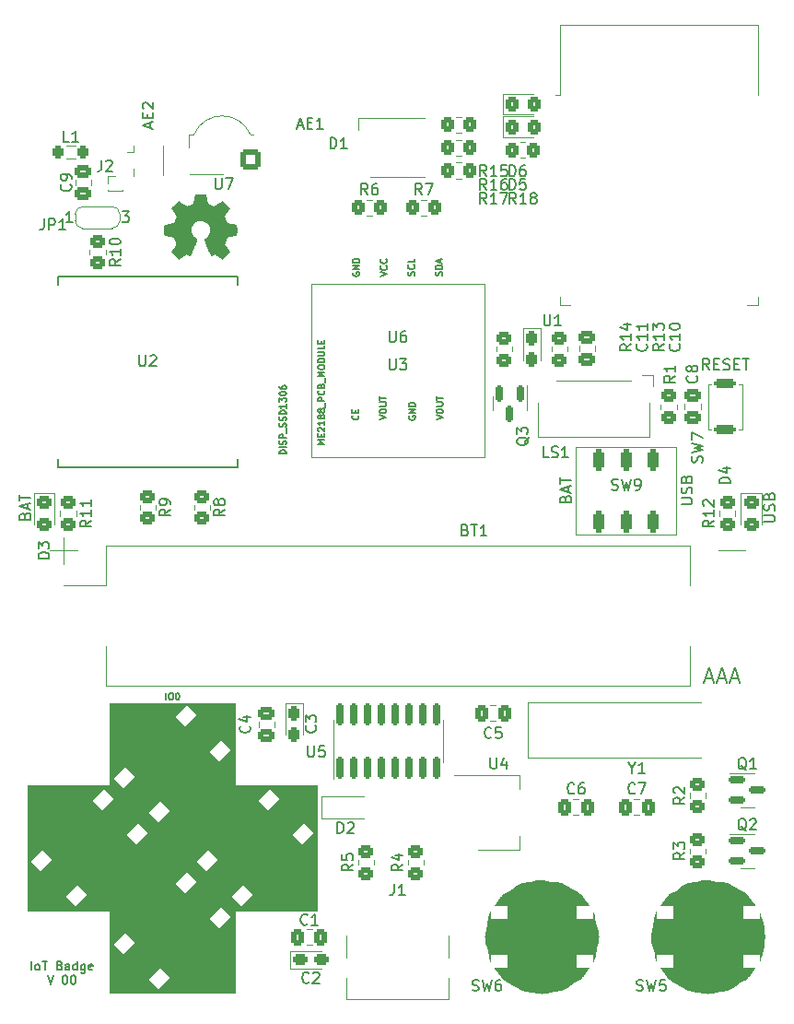
<source format=gbr>
G04 #@! TF.GenerationSoftware,KiCad,Pcbnew,6.0.11-2627ca5db0~126~ubuntu20.04.1*
G04 #@! TF.CreationDate,2023-05-06T23:23:21-05:00*
G04 #@! TF.ProjectId,iot-badge,696f742d-6261-4646-9765-2e6b69636164,rev?*
G04 #@! TF.SameCoordinates,Original*
G04 #@! TF.FileFunction,Legend,Top*
G04 #@! TF.FilePolarity,Positive*
%FSLAX46Y46*%
G04 Gerber Fmt 4.6, Leading zero omitted, Abs format (unit mm)*
G04 Created by KiCad (PCBNEW 6.0.11-2627ca5db0~126~ubuntu20.04.1) date 2023-05-06 23:23:21*
%MOMM*%
%LPD*%
G01*
G04 APERTURE LIST*
G04 Aperture macros list*
%AMRoundRect*
0 Rectangle with rounded corners*
0 $1 Rounding radius*
0 $2 $3 $4 $5 $6 $7 $8 $9 X,Y pos of 4 corners*
0 Add a 4 corners polygon primitive as box body*
4,1,4,$2,$3,$4,$5,$6,$7,$8,$9,$2,$3,0*
0 Add four circle primitives for the rounded corners*
1,1,$1+$1,$2,$3*
1,1,$1+$1,$4,$5*
1,1,$1+$1,$6,$7*
1,1,$1+$1,$8,$9*
0 Add four rect primitives between the rounded corners*
20,1,$1+$1,$2,$3,$4,$5,0*
20,1,$1+$1,$4,$5,$6,$7,0*
20,1,$1+$1,$6,$7,$8,$9,0*
20,1,$1+$1,$8,$9,$2,$3,0*%
%AMRotRect*
0 Rectangle, with rotation*
0 The origin of the aperture is its center*
0 $1 length*
0 $2 width*
0 $3 Rotation angle, in degrees counterclockwise*
0 Add horizontal line*
21,1,$1,$2,0,0,$3*%
%AMFreePoly0*
4,1,22,0.550000,-0.750000,0.000000,-0.750000,0.000000,-0.745033,-0.079941,-0.743568,-0.215256,-0.701293,-0.333266,-0.622738,-0.424486,-0.514219,-0.481581,-0.384460,-0.499164,-0.250000,-0.500000,-0.250000,-0.500000,0.250000,-0.499164,0.250000,-0.499963,0.256109,-0.478152,0.396186,-0.417904,0.524511,-0.324060,0.630769,-0.204165,0.706417,-0.067858,0.745374,0.000000,0.744959,0.000000,0.750000,
0.550000,0.750000,0.550000,-0.750000,0.550000,-0.750000,$1*%
%AMFreePoly1*
4,1,20,0.000000,0.744959,0.073905,0.744508,0.209726,0.703889,0.328688,0.626782,0.421226,0.519385,0.479903,0.390333,0.500000,0.250000,0.500000,-0.250000,0.499851,-0.262216,0.476331,-0.402017,0.414519,-0.529596,0.319384,-0.634700,0.198574,-0.708877,0.061801,-0.746166,0.000000,-0.745033,0.000000,-0.750000,-0.550000,-0.750000,-0.550000,0.750000,0.000000,0.750000,0.000000,0.744959,
0.000000,0.744959,$1*%
G04 Aperture macros list end*
%ADD10C,0.120000*%
%ADD11C,5.260000*%
%ADD12C,0.150000*%
%ADD13C,0.010000*%
%ADD14R,0.900000X1.200000*%
%ADD15RoundRect,0.250000X-0.350000X-0.450000X0.350000X-0.450000X0.350000X0.450000X-0.350000X0.450000X0*%
%ADD16RoundRect,0.250000X-0.337500X-0.475000X0.337500X-0.475000X0.337500X0.475000X-0.337500X0.475000X0*%
%ADD17RoundRect,0.250000X-0.275000X0.400000X-0.275000X-0.400000X0.275000X-0.400000X0.275000X0.400000X0*%
%ADD18RoundRect,0.250000X-0.325000X-0.450000X0.325000X-0.450000X0.325000X0.450000X-0.325000X0.450000X0*%
%ADD19C,1.980000*%
%ADD20R,6.400000X5.100000*%
%ADD21RoundRect,0.250000X-0.400000X-0.275000X0.400000X-0.275000X0.400000X0.275000X-0.400000X0.275000X0*%
%ADD22RoundRect,0.250000X0.275000X0.350000X-0.275000X0.350000X-0.275000X-0.350000X0.275000X-0.350000X0*%
%ADD23RoundRect,0.250000X-0.450000X0.350000X-0.450000X-0.350000X0.450000X-0.350000X0.450000X0.350000X0*%
%ADD24RoundRect,0.250000X-0.475000X0.337500X-0.475000X-0.337500X0.475000X-0.337500X0.475000X0.337500X0*%
%ADD25RoundRect,0.250000X-0.450000X0.325000X-0.450000X-0.325000X0.450000X-0.325000X0.450000X0.325000X0*%
%ADD26R,2.000000X0.900000*%
%ADD27R,0.900000X2.000000*%
%ADD28R,5.000000X5.000000*%
%ADD29R,1.050000X1.000000*%
%ADD30R,2.200000X1.050000*%
%ADD31RotRect,1.550000X1.300000X45.000000*%
%ADD32C,0.650000*%
%ADD33R,0.600000X1.450000*%
%ADD34R,0.300000X1.450000*%
%ADD35O,1.000000X2.100000*%
%ADD36O,1.000000X1.600000*%
%ADD37R,2.000000X1.500000*%
%ADD38R,2.000000X3.800000*%
%ADD39R,1.550000X1.300000*%
%ADD40RoundRect,0.150000X-0.587500X-0.150000X0.587500X-0.150000X0.587500X0.150000X-0.587500X0.150000X0*%
%ADD41RoundRect,0.250000X0.450000X-0.350000X0.450000X0.350000X-0.450000X0.350000X-0.450000X-0.350000X0*%
%ADD42FreePoly0,0.000000*%
%ADD43R,1.000000X1.500000*%
%ADD44FreePoly1,0.000000*%
%ADD45R,7.875000X2.000000*%
%ADD46RoundRect,0.150000X0.150000X-0.825000X0.150000X0.825000X-0.150000X0.825000X-0.150000X-0.825000X0*%
%ADD47C,6.200000*%
%ADD48C,1.700000*%
%ADD49C,1.524000*%
%ADD50RoundRect,0.248400X0.651600X0.651600X-0.651600X0.651600X-0.651600X-0.651600X0.651600X-0.651600X0*%
%ADD51C,1.800000*%
%ADD52RoundRect,0.150000X-0.150000X0.587500X-0.150000X-0.587500X0.150000X-0.587500X0.150000X0.587500X0*%
%ADD53R,1.500000X2.000000*%
%ADD54RoundRect,0.275000X-0.275000X0.700000X-0.275000X-0.700000X0.275000X-0.700000X0.275000X0.700000X0*%
%ADD55RoundRect,0.250000X0.475000X-0.337500X0.475000X0.337500X-0.475000X0.337500X-0.475000X-0.337500X0*%
%ADD56R,0.850000X0.850000*%
%ADD57R,2.000000X1.100000*%
%ADD58RoundRect,0.200000X0.800000X-0.200000X0.800000X0.200000X-0.800000X0.200000X-0.800000X-0.200000X0*%
G04 APERTURE END LIST*
D10*
X101000000Y-130050000D02*
X127600000Y-130050000D01*
X127600000Y-130050000D02*
X127600000Y-141550000D01*
X127600000Y-141550000D02*
X101000000Y-141550000D01*
X101000000Y-141550000D02*
X101000000Y-130050000D01*
G36*
X101000000Y-130050000D02*
G01*
X127600000Y-130050000D01*
X127600000Y-141550000D01*
X101000000Y-141550000D01*
X101000000Y-130050000D01*
G37*
D11*
X166151400Y-144000000D02*
G75*
G03*
X166151400Y-144000000I-2630000J0D01*
G01*
D10*
X108550000Y-122500000D02*
X120050000Y-122500000D01*
X120050000Y-122500000D02*
X120050000Y-149100000D01*
X120050000Y-149100000D02*
X108550000Y-149100000D01*
X108550000Y-149100000D02*
X108550000Y-122500000D01*
G36*
X108550000Y-122500000D02*
G01*
X120050000Y-122500000D01*
X120050000Y-149100000D01*
X108550000Y-149100000D01*
X108550000Y-122500000D01*
G37*
D11*
X150891400Y-144000000D02*
G75*
G03*
X150891400Y-144000000I-2630000J0D01*
G01*
D10*
X106670000Y-135800000D02*
X121930000Y-135800000D01*
X114300000Y-128150000D02*
X114300000Y-143450000D01*
D12*
X130890000Y-82957142D02*
X130861428Y-83014285D01*
X130861428Y-83100000D01*
X130890000Y-83185714D01*
X130947142Y-83242857D01*
X131004285Y-83271428D01*
X131118571Y-83300000D01*
X131204285Y-83300000D01*
X131318571Y-83271428D01*
X131375714Y-83242857D01*
X131432857Y-83185714D01*
X131461428Y-83100000D01*
X131461428Y-83042857D01*
X131432857Y-82957142D01*
X131404285Y-82928571D01*
X131204285Y-82928571D01*
X131204285Y-83042857D01*
X131461428Y-82671428D02*
X130861428Y-82671428D01*
X131461428Y-82328571D01*
X130861428Y-82328571D01*
X131461428Y-82042857D02*
X130861428Y-82042857D01*
X130861428Y-81900000D01*
X130890000Y-81814285D01*
X130947142Y-81757142D01*
X131004285Y-81728571D01*
X131118571Y-81700000D01*
X131204285Y-81700000D01*
X131318571Y-81728571D01*
X131375714Y-81757142D01*
X131432857Y-81814285D01*
X131461428Y-81900000D01*
X131461428Y-82042857D01*
X150428571Y-103738095D02*
X150476190Y-103595238D01*
X150523809Y-103547619D01*
X150619047Y-103500000D01*
X150761904Y-103500000D01*
X150857142Y-103547619D01*
X150904761Y-103595238D01*
X150952380Y-103690476D01*
X150952380Y-104071428D01*
X149952380Y-104071428D01*
X149952380Y-103738095D01*
X150000000Y-103642857D01*
X150047619Y-103595238D01*
X150142857Y-103547619D01*
X150238095Y-103547619D01*
X150333333Y-103595238D01*
X150380952Y-103642857D01*
X150428571Y-103738095D01*
X150428571Y-104071428D01*
X150666666Y-103119047D02*
X150666666Y-102642857D01*
X150952380Y-103214285D02*
X149952380Y-102880952D01*
X150952380Y-102547619D01*
X149952380Y-102357142D02*
X149952380Y-101785714D01*
X150952380Y-102071428D02*
X149952380Y-102071428D01*
X124731428Y-99628571D02*
X124131428Y-99628571D01*
X124131428Y-99485714D01*
X124160000Y-99400000D01*
X124217142Y-99342857D01*
X124274285Y-99314285D01*
X124388571Y-99285714D01*
X124474285Y-99285714D01*
X124588571Y-99314285D01*
X124645714Y-99342857D01*
X124702857Y-99400000D01*
X124731428Y-99485714D01*
X124731428Y-99628571D01*
X124731428Y-99028571D02*
X124131428Y-99028571D01*
X124702857Y-98771428D02*
X124731428Y-98685714D01*
X124731428Y-98542857D01*
X124702857Y-98485714D01*
X124674285Y-98457142D01*
X124617142Y-98428571D01*
X124560000Y-98428571D01*
X124502857Y-98457142D01*
X124474285Y-98485714D01*
X124445714Y-98542857D01*
X124417142Y-98657142D01*
X124388571Y-98714285D01*
X124360000Y-98742857D01*
X124302857Y-98771428D01*
X124245714Y-98771428D01*
X124188571Y-98742857D01*
X124160000Y-98714285D01*
X124131428Y-98657142D01*
X124131428Y-98514285D01*
X124160000Y-98428571D01*
X124731428Y-98171428D02*
X124131428Y-98171428D01*
X124131428Y-97942857D01*
X124160000Y-97885714D01*
X124188571Y-97857142D01*
X124245714Y-97828571D01*
X124331428Y-97828571D01*
X124388571Y-97857142D01*
X124417142Y-97885714D01*
X124445714Y-97942857D01*
X124445714Y-98171428D01*
X124788571Y-97714285D02*
X124788571Y-97257142D01*
X124702857Y-97142857D02*
X124731428Y-97057142D01*
X124731428Y-96914285D01*
X124702857Y-96857142D01*
X124674285Y-96828571D01*
X124617142Y-96800000D01*
X124560000Y-96800000D01*
X124502857Y-96828571D01*
X124474285Y-96857142D01*
X124445714Y-96914285D01*
X124417142Y-97028571D01*
X124388571Y-97085714D01*
X124360000Y-97114285D01*
X124302857Y-97142857D01*
X124245714Y-97142857D01*
X124188571Y-97114285D01*
X124160000Y-97085714D01*
X124131428Y-97028571D01*
X124131428Y-96885714D01*
X124160000Y-96800000D01*
X124702857Y-96571428D02*
X124731428Y-96485714D01*
X124731428Y-96342857D01*
X124702857Y-96285714D01*
X124674285Y-96257142D01*
X124617142Y-96228571D01*
X124560000Y-96228571D01*
X124502857Y-96257142D01*
X124474285Y-96285714D01*
X124445714Y-96342857D01*
X124417142Y-96457142D01*
X124388571Y-96514285D01*
X124360000Y-96542857D01*
X124302857Y-96571428D01*
X124245714Y-96571428D01*
X124188571Y-96542857D01*
X124160000Y-96514285D01*
X124131428Y-96457142D01*
X124131428Y-96314285D01*
X124160000Y-96228571D01*
X124731428Y-95971428D02*
X124131428Y-95971428D01*
X124131428Y-95828571D01*
X124160000Y-95742857D01*
X124217142Y-95685714D01*
X124274285Y-95657142D01*
X124388571Y-95628571D01*
X124474285Y-95628571D01*
X124588571Y-95657142D01*
X124645714Y-95685714D01*
X124702857Y-95742857D01*
X124731428Y-95828571D01*
X124731428Y-95971428D01*
X124731428Y-95057142D02*
X124731428Y-95400000D01*
X124731428Y-95228571D02*
X124131428Y-95228571D01*
X124217142Y-95285714D01*
X124274285Y-95342857D01*
X124302857Y-95400000D01*
X124131428Y-94857142D02*
X124131428Y-94485714D01*
X124360000Y-94685714D01*
X124360000Y-94600000D01*
X124388571Y-94542857D01*
X124417142Y-94514285D01*
X124474285Y-94485714D01*
X124617142Y-94485714D01*
X124674285Y-94514285D01*
X124702857Y-94542857D01*
X124731428Y-94600000D01*
X124731428Y-94771428D01*
X124702857Y-94828571D01*
X124674285Y-94857142D01*
X124131428Y-94114285D02*
X124131428Y-94057142D01*
X124160000Y-94000000D01*
X124188571Y-93971428D01*
X124245714Y-93942857D01*
X124360000Y-93914285D01*
X124502857Y-93914285D01*
X124617142Y-93942857D01*
X124674285Y-93971428D01*
X124702857Y-94000000D01*
X124731428Y-94057142D01*
X124731428Y-94114285D01*
X124702857Y-94171428D01*
X124674285Y-94200000D01*
X124617142Y-94228571D01*
X124502857Y-94257142D01*
X124360000Y-94257142D01*
X124245714Y-94228571D01*
X124188571Y-94200000D01*
X124160000Y-94171428D01*
X124131428Y-94114285D01*
X124131428Y-93400000D02*
X124131428Y-93514285D01*
X124160000Y-93571428D01*
X124188571Y-93600000D01*
X124274285Y-93657142D01*
X124388571Y-93685714D01*
X124617142Y-93685714D01*
X124674285Y-93657142D01*
X124702857Y-93628571D01*
X124731428Y-93571428D01*
X124731428Y-93457142D01*
X124702857Y-93400000D01*
X124674285Y-93371428D01*
X124617142Y-93342857D01*
X124474285Y-93342857D01*
X124417142Y-93371428D01*
X124388571Y-93400000D01*
X124360000Y-93457142D01*
X124360000Y-93571428D01*
X124388571Y-93628571D01*
X124417142Y-93657142D01*
X124474285Y-93685714D01*
X133348428Y-96457142D02*
X133948428Y-96257142D01*
X133348428Y-96057142D01*
X133348428Y-95742857D02*
X133348428Y-95628571D01*
X133377000Y-95571428D01*
X133434142Y-95514285D01*
X133548428Y-95485714D01*
X133748428Y-95485714D01*
X133862714Y-95514285D01*
X133919857Y-95571428D01*
X133948428Y-95628571D01*
X133948428Y-95742857D01*
X133919857Y-95800000D01*
X133862714Y-95857142D01*
X133748428Y-95885714D01*
X133548428Y-95885714D01*
X133434142Y-95857142D01*
X133377000Y-95800000D01*
X133348428Y-95742857D01*
X133348428Y-95228571D02*
X133834142Y-95228571D01*
X133891285Y-95200000D01*
X133919857Y-95171428D01*
X133948428Y-95114285D01*
X133948428Y-95000000D01*
X133919857Y-94942857D01*
X133891285Y-94914285D01*
X133834142Y-94885714D01*
X133348428Y-94885714D01*
X133348428Y-94685714D02*
X133348428Y-94342857D01*
X133948428Y-94514285D02*
X133348428Y-94514285D01*
X101340000Y-147037904D02*
X101340000Y-146237904D01*
X101835238Y-147037904D02*
X101759047Y-146999809D01*
X101720952Y-146961714D01*
X101682857Y-146885523D01*
X101682857Y-146656952D01*
X101720952Y-146580761D01*
X101759047Y-146542666D01*
X101835238Y-146504571D01*
X101949523Y-146504571D01*
X102025714Y-146542666D01*
X102063809Y-146580761D01*
X102101904Y-146656952D01*
X102101904Y-146885523D01*
X102063809Y-146961714D01*
X102025714Y-146999809D01*
X101949523Y-147037904D01*
X101835238Y-147037904D01*
X102330476Y-146237904D02*
X102787619Y-146237904D01*
X102559047Y-147037904D02*
X102559047Y-146237904D01*
X103930476Y-146618857D02*
X104044761Y-146656952D01*
X104082857Y-146695047D01*
X104120952Y-146771238D01*
X104120952Y-146885523D01*
X104082857Y-146961714D01*
X104044761Y-146999809D01*
X103968571Y-147037904D01*
X103663809Y-147037904D01*
X103663809Y-146237904D01*
X103930476Y-146237904D01*
X104006666Y-146276000D01*
X104044761Y-146314095D01*
X104082857Y-146390285D01*
X104082857Y-146466476D01*
X104044761Y-146542666D01*
X104006666Y-146580761D01*
X103930476Y-146618857D01*
X103663809Y-146618857D01*
X104806666Y-147037904D02*
X104806666Y-146618857D01*
X104768571Y-146542666D01*
X104692380Y-146504571D01*
X104540000Y-146504571D01*
X104463809Y-146542666D01*
X104806666Y-146999809D02*
X104730476Y-147037904D01*
X104540000Y-147037904D01*
X104463809Y-146999809D01*
X104425714Y-146923619D01*
X104425714Y-146847428D01*
X104463809Y-146771238D01*
X104540000Y-146733142D01*
X104730476Y-146733142D01*
X104806666Y-146695047D01*
X105530476Y-147037904D02*
X105530476Y-146237904D01*
X105530476Y-146999809D02*
X105454285Y-147037904D01*
X105301904Y-147037904D01*
X105225714Y-146999809D01*
X105187619Y-146961714D01*
X105149523Y-146885523D01*
X105149523Y-146656952D01*
X105187619Y-146580761D01*
X105225714Y-146542666D01*
X105301904Y-146504571D01*
X105454285Y-146504571D01*
X105530476Y-146542666D01*
X106254285Y-146504571D02*
X106254285Y-147152190D01*
X106216190Y-147228380D01*
X106178095Y-147266476D01*
X106101904Y-147304571D01*
X105987619Y-147304571D01*
X105911428Y-147266476D01*
X106254285Y-146999809D02*
X106178095Y-147037904D01*
X106025714Y-147037904D01*
X105949523Y-146999809D01*
X105911428Y-146961714D01*
X105873333Y-146885523D01*
X105873333Y-146656952D01*
X105911428Y-146580761D01*
X105949523Y-146542666D01*
X106025714Y-146504571D01*
X106178095Y-146504571D01*
X106254285Y-146542666D01*
X106940000Y-146999809D02*
X106863809Y-147037904D01*
X106711428Y-147037904D01*
X106635238Y-146999809D01*
X106597142Y-146923619D01*
X106597142Y-146618857D01*
X106635238Y-146542666D01*
X106711428Y-146504571D01*
X106863809Y-146504571D01*
X106940000Y-146542666D01*
X106978095Y-146618857D01*
X106978095Y-146695047D01*
X106597142Y-146771238D01*
X102806666Y-147525904D02*
X103073333Y-148325904D01*
X103340000Y-147525904D01*
X104368571Y-147525904D02*
X104444761Y-147525904D01*
X104520952Y-147564000D01*
X104559047Y-147602095D01*
X104597142Y-147678285D01*
X104635238Y-147830666D01*
X104635238Y-148021142D01*
X104597142Y-148173523D01*
X104559047Y-148249714D01*
X104520952Y-148287809D01*
X104444761Y-148325904D01*
X104368571Y-148325904D01*
X104292380Y-148287809D01*
X104254285Y-148249714D01*
X104216190Y-148173523D01*
X104178095Y-148021142D01*
X104178095Y-147830666D01*
X104216190Y-147678285D01*
X104254285Y-147602095D01*
X104292380Y-147564000D01*
X104368571Y-147525904D01*
X105130476Y-147525904D02*
X105206666Y-147525904D01*
X105282857Y-147564000D01*
X105320952Y-147602095D01*
X105359047Y-147678285D01*
X105397142Y-147830666D01*
X105397142Y-148021142D01*
X105359047Y-148173523D01*
X105320952Y-148249714D01*
X105282857Y-148287809D01*
X105206666Y-148325904D01*
X105130476Y-148325904D01*
X105054285Y-148287809D01*
X105016190Y-148249714D01*
X104978095Y-148173523D01*
X104940000Y-148021142D01*
X104940000Y-147830666D01*
X104978095Y-147678285D01*
X105016190Y-147602095D01*
X105054285Y-147564000D01*
X105130476Y-147525904D01*
X100728571Y-105308095D02*
X100776190Y-105165238D01*
X100823809Y-105117619D01*
X100919047Y-105070000D01*
X101061904Y-105070000D01*
X101157142Y-105117619D01*
X101204761Y-105165238D01*
X101252380Y-105260476D01*
X101252380Y-105641428D01*
X100252380Y-105641428D01*
X100252380Y-105308095D01*
X100300000Y-105212857D01*
X100347619Y-105165238D01*
X100442857Y-105117619D01*
X100538095Y-105117619D01*
X100633333Y-105165238D01*
X100680952Y-105212857D01*
X100728571Y-105308095D01*
X100728571Y-105641428D01*
X100966666Y-104689047D02*
X100966666Y-104212857D01*
X101252380Y-104784285D02*
X100252380Y-104450952D01*
X101252380Y-104117619D01*
X100252380Y-103927142D02*
X100252380Y-103355714D01*
X101252380Y-103641428D02*
X100252380Y-103641428D01*
X113700000Y-122191428D02*
X113700000Y-121591428D01*
X114100000Y-121591428D02*
X114214285Y-121591428D01*
X114271428Y-121620000D01*
X114328571Y-121677142D01*
X114357142Y-121791428D01*
X114357142Y-121991428D01*
X114328571Y-122105714D01*
X114271428Y-122162857D01*
X114214285Y-122191428D01*
X114100000Y-122191428D01*
X114042857Y-122162857D01*
X113985714Y-122105714D01*
X113957142Y-121991428D01*
X113957142Y-121791428D01*
X113985714Y-121677142D01*
X114042857Y-121620000D01*
X114100000Y-121591428D01*
X114728571Y-121591428D02*
X114785714Y-121591428D01*
X114842857Y-121620000D01*
X114871428Y-121648571D01*
X114900000Y-121705714D01*
X114928571Y-121820000D01*
X114928571Y-121962857D01*
X114900000Y-122077142D01*
X114871428Y-122134285D01*
X114842857Y-122162857D01*
X114785714Y-122191428D01*
X114728571Y-122191428D01*
X114671428Y-122162857D01*
X114642857Y-122134285D01*
X114614285Y-122077142D01*
X114585714Y-121962857D01*
X114585714Y-121820000D01*
X114614285Y-121705714D01*
X114642857Y-121648571D01*
X114671428Y-121620000D01*
X114728571Y-121591428D01*
X136023000Y-96157142D02*
X135994428Y-96214285D01*
X135994428Y-96300000D01*
X136023000Y-96385714D01*
X136080142Y-96442857D01*
X136137285Y-96471428D01*
X136251571Y-96500000D01*
X136337285Y-96500000D01*
X136451571Y-96471428D01*
X136508714Y-96442857D01*
X136565857Y-96385714D01*
X136594428Y-96300000D01*
X136594428Y-96242857D01*
X136565857Y-96157142D01*
X136537285Y-96128571D01*
X136337285Y-96128571D01*
X136337285Y-96242857D01*
X136594428Y-95871428D02*
X135994428Y-95871428D01*
X136594428Y-95528571D01*
X135994428Y-95528571D01*
X136594428Y-95242857D02*
X135994428Y-95242857D01*
X135994428Y-95100000D01*
X136023000Y-95014285D01*
X136080142Y-94957142D01*
X136137285Y-94928571D01*
X136251571Y-94900000D01*
X136337285Y-94900000D01*
X136451571Y-94928571D01*
X136508714Y-94957142D01*
X136565857Y-95014285D01*
X136594428Y-95100000D01*
X136594428Y-95242857D01*
X131351285Y-96085714D02*
X131379857Y-96114285D01*
X131408428Y-96200000D01*
X131408428Y-96257142D01*
X131379857Y-96342857D01*
X131322714Y-96400000D01*
X131265571Y-96428571D01*
X131151285Y-96457142D01*
X131065571Y-96457142D01*
X130951285Y-96428571D01*
X130894142Y-96400000D01*
X130837000Y-96342857D01*
X130808428Y-96257142D01*
X130808428Y-96200000D01*
X130837000Y-96114285D01*
X130865571Y-96085714D01*
X131094142Y-95828571D02*
X131094142Y-95628571D01*
X131408428Y-95542857D02*
X131408428Y-95828571D01*
X130808428Y-95828571D01*
X130808428Y-95542857D01*
X161052380Y-104261904D02*
X161861904Y-104261904D01*
X161957142Y-104214285D01*
X162004761Y-104166666D01*
X162052380Y-104071428D01*
X162052380Y-103880952D01*
X162004761Y-103785714D01*
X161957142Y-103738095D01*
X161861904Y-103690476D01*
X161052380Y-103690476D01*
X162004761Y-103261904D02*
X162052380Y-103119047D01*
X162052380Y-102880952D01*
X162004761Y-102785714D01*
X161957142Y-102738095D01*
X161861904Y-102690476D01*
X161766666Y-102690476D01*
X161671428Y-102738095D01*
X161623809Y-102785714D01*
X161576190Y-102880952D01*
X161528571Y-103071428D01*
X161480952Y-103166666D01*
X161433333Y-103214285D01*
X161338095Y-103261904D01*
X161242857Y-103261904D01*
X161147619Y-103214285D01*
X161100000Y-103166666D01*
X161052380Y-103071428D01*
X161052380Y-102833333D01*
X161100000Y-102690476D01*
X161528571Y-101928571D02*
X161576190Y-101785714D01*
X161623809Y-101738095D01*
X161719047Y-101690476D01*
X161861904Y-101690476D01*
X161957142Y-101738095D01*
X162004761Y-101785714D01*
X162052380Y-101880952D01*
X162052380Y-102261904D01*
X161052380Y-102261904D01*
X161052380Y-101928571D01*
X161100000Y-101833333D01*
X161147619Y-101785714D01*
X161242857Y-101738095D01*
X161338095Y-101738095D01*
X161433333Y-101785714D01*
X161480952Y-101833333D01*
X161528571Y-101928571D01*
X161528571Y-102261904D01*
X128271428Y-98737142D02*
X127671428Y-98737142D01*
X128100000Y-98537142D01*
X127671428Y-98337142D01*
X128271428Y-98337142D01*
X127957142Y-98051428D02*
X127957142Y-97851428D01*
X128271428Y-97765714D02*
X128271428Y-98051428D01*
X127671428Y-98051428D01*
X127671428Y-97765714D01*
X127728571Y-97537142D02*
X127700000Y-97508571D01*
X127671428Y-97451428D01*
X127671428Y-97308571D01*
X127700000Y-97251428D01*
X127728571Y-97222857D01*
X127785714Y-97194285D01*
X127842857Y-97194285D01*
X127928571Y-97222857D01*
X128271428Y-97565714D01*
X128271428Y-97194285D01*
X128271428Y-96622857D02*
X128271428Y-96965714D01*
X128271428Y-96794285D02*
X127671428Y-96794285D01*
X127757142Y-96851428D01*
X127814285Y-96908571D01*
X127842857Y-96965714D01*
X127928571Y-96280000D02*
X127900000Y-96337142D01*
X127871428Y-96365714D01*
X127814285Y-96394285D01*
X127785714Y-96394285D01*
X127728571Y-96365714D01*
X127700000Y-96337142D01*
X127671428Y-96280000D01*
X127671428Y-96165714D01*
X127700000Y-96108571D01*
X127728571Y-96080000D01*
X127785714Y-96051428D01*
X127814285Y-96051428D01*
X127871428Y-96080000D01*
X127900000Y-96108571D01*
X127928571Y-96165714D01*
X127928571Y-96280000D01*
X127957142Y-96337142D01*
X127985714Y-96365714D01*
X128042857Y-96394285D01*
X128157142Y-96394285D01*
X128214285Y-96365714D01*
X128242857Y-96337142D01*
X128271428Y-96280000D01*
X128271428Y-96165714D01*
X128242857Y-96108571D01*
X128214285Y-96080000D01*
X128157142Y-96051428D01*
X128042857Y-96051428D01*
X127985714Y-96080000D01*
X127957142Y-96108571D01*
X127928571Y-96165714D01*
X127928571Y-95708571D02*
X127900000Y-95765714D01*
X127871428Y-95794285D01*
X127814285Y-95822857D01*
X127785714Y-95822857D01*
X127728571Y-95794285D01*
X127700000Y-95765714D01*
X127671428Y-95708571D01*
X127671428Y-95594285D01*
X127700000Y-95537142D01*
X127728571Y-95508571D01*
X127785714Y-95480000D01*
X127814285Y-95480000D01*
X127871428Y-95508571D01*
X127900000Y-95537142D01*
X127928571Y-95594285D01*
X127928571Y-95708571D01*
X127957142Y-95765714D01*
X127985714Y-95794285D01*
X128042857Y-95822857D01*
X128157142Y-95822857D01*
X128214285Y-95794285D01*
X128242857Y-95765714D01*
X128271428Y-95708571D01*
X128271428Y-95594285D01*
X128242857Y-95537142D01*
X128214285Y-95508571D01*
X128157142Y-95480000D01*
X128042857Y-95480000D01*
X127985714Y-95508571D01*
X127957142Y-95537142D01*
X127928571Y-95594285D01*
X128328571Y-95365714D02*
X128328571Y-94908571D01*
X128271428Y-94765714D02*
X127671428Y-94765714D01*
X127671428Y-94537142D01*
X127700000Y-94480000D01*
X127728571Y-94451428D01*
X127785714Y-94422857D01*
X127871428Y-94422857D01*
X127928571Y-94451428D01*
X127957142Y-94480000D01*
X127985714Y-94537142D01*
X127985714Y-94765714D01*
X128214285Y-93822857D02*
X128242857Y-93851428D01*
X128271428Y-93937142D01*
X128271428Y-93994285D01*
X128242857Y-94080000D01*
X128185714Y-94137142D01*
X128128571Y-94165714D01*
X128014285Y-94194285D01*
X127928571Y-94194285D01*
X127814285Y-94165714D01*
X127757142Y-94137142D01*
X127700000Y-94080000D01*
X127671428Y-93994285D01*
X127671428Y-93937142D01*
X127700000Y-93851428D01*
X127728571Y-93822857D01*
X127957142Y-93365714D02*
X127985714Y-93280000D01*
X128014285Y-93251428D01*
X128071428Y-93222857D01*
X128157142Y-93222857D01*
X128214285Y-93251428D01*
X128242857Y-93280000D01*
X128271428Y-93337142D01*
X128271428Y-93565714D01*
X127671428Y-93565714D01*
X127671428Y-93365714D01*
X127700000Y-93308571D01*
X127728571Y-93280000D01*
X127785714Y-93251428D01*
X127842857Y-93251428D01*
X127900000Y-93280000D01*
X127928571Y-93308571D01*
X127957142Y-93365714D01*
X127957142Y-93565714D01*
X128328571Y-93108571D02*
X128328571Y-92651428D01*
X128271428Y-92508571D02*
X127671428Y-92508571D01*
X128100000Y-92308571D01*
X127671428Y-92108571D01*
X128271428Y-92108571D01*
X127671428Y-91708571D02*
X127671428Y-91594285D01*
X127700000Y-91537142D01*
X127757142Y-91480000D01*
X127871428Y-91451428D01*
X128071428Y-91451428D01*
X128185714Y-91480000D01*
X128242857Y-91537142D01*
X128271428Y-91594285D01*
X128271428Y-91708571D01*
X128242857Y-91765714D01*
X128185714Y-91822857D01*
X128071428Y-91851428D01*
X127871428Y-91851428D01*
X127757142Y-91822857D01*
X127700000Y-91765714D01*
X127671428Y-91708571D01*
X128271428Y-91194285D02*
X127671428Y-91194285D01*
X127671428Y-91051428D01*
X127700000Y-90965714D01*
X127757142Y-90908571D01*
X127814285Y-90880000D01*
X127928571Y-90851428D01*
X128014285Y-90851428D01*
X128128571Y-90880000D01*
X128185714Y-90908571D01*
X128242857Y-90965714D01*
X128271428Y-91051428D01*
X128271428Y-91194285D01*
X127671428Y-90594285D02*
X128157142Y-90594285D01*
X128214285Y-90565714D01*
X128242857Y-90537142D01*
X128271428Y-90480000D01*
X128271428Y-90365714D01*
X128242857Y-90308571D01*
X128214285Y-90280000D01*
X128157142Y-90251428D01*
X127671428Y-90251428D01*
X128271428Y-89680000D02*
X128271428Y-89965714D01*
X127671428Y-89965714D01*
X127957142Y-89480000D02*
X127957142Y-89280000D01*
X128271428Y-89194285D02*
X128271428Y-89480000D01*
X127671428Y-89480000D01*
X127671428Y-89194285D01*
X138534428Y-96457142D02*
X139134428Y-96257142D01*
X138534428Y-96057142D01*
X138534428Y-95742857D02*
X138534428Y-95628571D01*
X138563000Y-95571428D01*
X138620142Y-95514285D01*
X138734428Y-95485714D01*
X138934428Y-95485714D01*
X139048714Y-95514285D01*
X139105857Y-95571428D01*
X139134428Y-95628571D01*
X139134428Y-95742857D01*
X139105857Y-95800000D01*
X139048714Y-95857142D01*
X138934428Y-95885714D01*
X138734428Y-95885714D01*
X138620142Y-95857142D01*
X138563000Y-95800000D01*
X138534428Y-95742857D01*
X138534428Y-95228571D02*
X139020142Y-95228571D01*
X139077285Y-95200000D01*
X139105857Y-95171428D01*
X139134428Y-95114285D01*
X139134428Y-95000000D01*
X139105857Y-94942857D01*
X139077285Y-94914285D01*
X139020142Y-94885714D01*
X138534428Y-94885714D01*
X138534428Y-94685714D02*
X138534428Y-94342857D01*
X139134428Y-94514285D02*
X138534428Y-94514285D01*
X136512857Y-83214285D02*
X136541428Y-83128571D01*
X136541428Y-82985714D01*
X136512857Y-82928571D01*
X136484285Y-82900000D01*
X136427142Y-82871428D01*
X136370000Y-82871428D01*
X136312857Y-82900000D01*
X136284285Y-82928571D01*
X136255714Y-82985714D01*
X136227142Y-83100000D01*
X136198571Y-83157142D01*
X136170000Y-83185714D01*
X136112857Y-83214285D01*
X136055714Y-83214285D01*
X135998571Y-83185714D01*
X135970000Y-83157142D01*
X135941428Y-83100000D01*
X135941428Y-82957142D01*
X135970000Y-82871428D01*
X136484285Y-82271428D02*
X136512857Y-82300000D01*
X136541428Y-82385714D01*
X136541428Y-82442857D01*
X136512857Y-82528571D01*
X136455714Y-82585714D01*
X136398571Y-82614285D01*
X136284285Y-82642857D01*
X136198571Y-82642857D01*
X136084285Y-82614285D01*
X136027142Y-82585714D01*
X135970000Y-82528571D01*
X135941428Y-82442857D01*
X135941428Y-82385714D01*
X135970000Y-82300000D01*
X135998571Y-82271428D01*
X136541428Y-81728571D02*
X136541428Y-82014285D01*
X135941428Y-82014285D01*
X168652380Y-105831904D02*
X169461904Y-105831904D01*
X169557142Y-105784285D01*
X169604761Y-105736666D01*
X169652380Y-105641428D01*
X169652380Y-105450952D01*
X169604761Y-105355714D01*
X169557142Y-105308095D01*
X169461904Y-105260476D01*
X168652380Y-105260476D01*
X169604761Y-104831904D02*
X169652380Y-104689047D01*
X169652380Y-104450952D01*
X169604761Y-104355714D01*
X169557142Y-104308095D01*
X169461904Y-104260476D01*
X169366666Y-104260476D01*
X169271428Y-104308095D01*
X169223809Y-104355714D01*
X169176190Y-104450952D01*
X169128571Y-104641428D01*
X169080952Y-104736666D01*
X169033333Y-104784285D01*
X168938095Y-104831904D01*
X168842857Y-104831904D01*
X168747619Y-104784285D01*
X168700000Y-104736666D01*
X168652380Y-104641428D01*
X168652380Y-104403333D01*
X168700000Y-104260476D01*
X169128571Y-103498571D02*
X169176190Y-103355714D01*
X169223809Y-103308095D01*
X169319047Y-103260476D01*
X169461904Y-103260476D01*
X169557142Y-103308095D01*
X169604761Y-103355714D01*
X169652380Y-103450952D01*
X169652380Y-103831904D01*
X168652380Y-103831904D01*
X168652380Y-103498571D01*
X168700000Y-103403333D01*
X168747619Y-103355714D01*
X168842857Y-103308095D01*
X168938095Y-103308095D01*
X169033333Y-103355714D01*
X169080952Y-103403333D01*
X169128571Y-103498571D01*
X169128571Y-103831904D01*
X163647619Y-91892380D02*
X163314285Y-91416190D01*
X163076190Y-91892380D02*
X163076190Y-90892380D01*
X163457142Y-90892380D01*
X163552380Y-90940000D01*
X163600000Y-90987619D01*
X163647619Y-91082857D01*
X163647619Y-91225714D01*
X163600000Y-91320952D01*
X163552380Y-91368571D01*
X163457142Y-91416190D01*
X163076190Y-91416190D01*
X164076190Y-91368571D02*
X164409523Y-91368571D01*
X164552380Y-91892380D02*
X164076190Y-91892380D01*
X164076190Y-90892380D01*
X164552380Y-90892380D01*
X164933333Y-91844761D02*
X165076190Y-91892380D01*
X165314285Y-91892380D01*
X165409523Y-91844761D01*
X165457142Y-91797142D01*
X165504761Y-91701904D01*
X165504761Y-91606666D01*
X165457142Y-91511428D01*
X165409523Y-91463809D01*
X165314285Y-91416190D01*
X165123809Y-91368571D01*
X165028571Y-91320952D01*
X164980952Y-91273333D01*
X164933333Y-91178095D01*
X164933333Y-91082857D01*
X164980952Y-90987619D01*
X165028571Y-90940000D01*
X165123809Y-90892380D01*
X165361904Y-90892380D01*
X165504761Y-90940000D01*
X165933333Y-91368571D02*
X166266666Y-91368571D01*
X166409523Y-91892380D02*
X165933333Y-91892380D01*
X165933333Y-90892380D01*
X166409523Y-90892380D01*
X166695238Y-90892380D02*
X167266666Y-90892380D01*
X166980952Y-91892380D02*
X166980952Y-90892380D01*
X133401428Y-83300000D02*
X134001428Y-83100000D01*
X133401428Y-82900000D01*
X133944285Y-82357142D02*
X133972857Y-82385714D01*
X134001428Y-82471428D01*
X134001428Y-82528571D01*
X133972857Y-82614285D01*
X133915714Y-82671428D01*
X133858571Y-82700000D01*
X133744285Y-82728571D01*
X133658571Y-82728571D01*
X133544285Y-82700000D01*
X133487142Y-82671428D01*
X133430000Y-82614285D01*
X133401428Y-82528571D01*
X133401428Y-82471428D01*
X133430000Y-82385714D01*
X133458571Y-82357142D01*
X133944285Y-81757142D02*
X133972857Y-81785714D01*
X134001428Y-81871428D01*
X134001428Y-81928571D01*
X133972857Y-82014285D01*
X133915714Y-82071428D01*
X133858571Y-82100000D01*
X133744285Y-82128571D01*
X133658571Y-82128571D01*
X133544285Y-82100000D01*
X133487142Y-82071428D01*
X133430000Y-82014285D01*
X133401428Y-81928571D01*
X133401428Y-81871428D01*
X133430000Y-81785714D01*
X133458571Y-81757142D01*
X163266666Y-120233333D02*
X163933333Y-120233333D01*
X163133333Y-120633333D02*
X163600000Y-119233333D01*
X164066666Y-120633333D01*
X164466666Y-120233333D02*
X165133333Y-120233333D01*
X164333333Y-120633333D02*
X164800000Y-119233333D01*
X165266666Y-120633333D01*
X165666666Y-120233333D02*
X166333333Y-120233333D01*
X165533333Y-120633333D02*
X166000000Y-119233333D01*
X166466666Y-120633333D01*
X139052857Y-83228571D02*
X139081428Y-83142857D01*
X139081428Y-83000000D01*
X139052857Y-82942857D01*
X139024285Y-82914285D01*
X138967142Y-82885714D01*
X138910000Y-82885714D01*
X138852857Y-82914285D01*
X138824285Y-82942857D01*
X138795714Y-83000000D01*
X138767142Y-83114285D01*
X138738571Y-83171428D01*
X138710000Y-83200000D01*
X138652857Y-83228571D01*
X138595714Y-83228571D01*
X138538571Y-83200000D01*
X138510000Y-83171428D01*
X138481428Y-83114285D01*
X138481428Y-82971428D01*
X138510000Y-82885714D01*
X139081428Y-82628571D02*
X138481428Y-82628571D01*
X138481428Y-82485714D01*
X138510000Y-82400000D01*
X138567142Y-82342857D01*
X138624285Y-82314285D01*
X138738571Y-82285714D01*
X138824285Y-82285714D01*
X138938571Y-82314285D01*
X138995714Y-82342857D01*
X139052857Y-82400000D01*
X139081428Y-82485714D01*
X139081428Y-82628571D01*
X138910000Y-82057142D02*
X138910000Y-81771428D01*
X139081428Y-82114285D02*
X138481428Y-81914285D01*
X139081428Y-81714285D01*
X129461904Y-134452380D02*
X129461904Y-133452380D01*
X129700000Y-133452380D01*
X129842857Y-133500000D01*
X129938095Y-133595238D01*
X129985714Y-133690476D01*
X130033333Y-133880952D01*
X130033333Y-134023809D01*
X129985714Y-134214285D01*
X129938095Y-134309523D01*
X129842857Y-134404761D01*
X129700000Y-134452380D01*
X129461904Y-134452380D01*
X130414285Y-133547619D02*
X130461904Y-133500000D01*
X130557142Y-133452380D01*
X130795238Y-133452380D01*
X130890476Y-133500000D01*
X130938095Y-133547619D01*
X130985714Y-133642857D01*
X130985714Y-133738095D01*
X130938095Y-133880952D01*
X130366666Y-134452380D01*
X130985714Y-134452380D01*
X143157142Y-76652380D02*
X142823809Y-76176190D01*
X142585714Y-76652380D02*
X142585714Y-75652380D01*
X142966666Y-75652380D01*
X143061904Y-75700000D01*
X143109523Y-75747619D01*
X143157142Y-75842857D01*
X143157142Y-75985714D01*
X143109523Y-76080952D01*
X143061904Y-76128571D01*
X142966666Y-76176190D01*
X142585714Y-76176190D01*
X144109523Y-76652380D02*
X143538095Y-76652380D01*
X143823809Y-76652380D02*
X143823809Y-75652380D01*
X143728571Y-75795238D01*
X143633333Y-75890476D01*
X143538095Y-75938095D01*
X144442857Y-75652380D02*
X145109523Y-75652380D01*
X144680952Y-76652380D01*
X145857142Y-76652380D02*
X145523809Y-76176190D01*
X145285714Y-76652380D02*
X145285714Y-75652380D01*
X145666666Y-75652380D01*
X145761904Y-75700000D01*
X145809523Y-75747619D01*
X145857142Y-75842857D01*
X145857142Y-75985714D01*
X145809523Y-76080952D01*
X145761904Y-76128571D01*
X145666666Y-76176190D01*
X145285714Y-76176190D01*
X146809523Y-76652380D02*
X146238095Y-76652380D01*
X146523809Y-76652380D02*
X146523809Y-75652380D01*
X146428571Y-75795238D01*
X146333333Y-75890476D01*
X146238095Y-75938095D01*
X147380952Y-76080952D02*
X147285714Y-76033333D01*
X147238095Y-75985714D01*
X147190476Y-75890476D01*
X147190476Y-75842857D01*
X147238095Y-75747619D01*
X147285714Y-75700000D01*
X147380952Y-75652380D01*
X147571428Y-75652380D01*
X147666666Y-75700000D01*
X147714285Y-75747619D01*
X147761904Y-75842857D01*
X147761904Y-75890476D01*
X147714285Y-75985714D01*
X147666666Y-76033333D01*
X147571428Y-76080952D01*
X147380952Y-76080952D01*
X147285714Y-76128571D01*
X147238095Y-76176190D01*
X147190476Y-76271428D01*
X147190476Y-76461904D01*
X147238095Y-76557142D01*
X147285714Y-76604761D01*
X147380952Y-76652380D01*
X147571428Y-76652380D01*
X147666666Y-76604761D01*
X147714285Y-76557142D01*
X147761904Y-76461904D01*
X147761904Y-76271428D01*
X147714285Y-76176190D01*
X147666666Y-76128571D01*
X147571428Y-76080952D01*
X143157142Y-74112380D02*
X142823809Y-73636190D01*
X142585714Y-74112380D02*
X142585714Y-73112380D01*
X142966666Y-73112380D01*
X143061904Y-73160000D01*
X143109523Y-73207619D01*
X143157142Y-73302857D01*
X143157142Y-73445714D01*
X143109523Y-73540952D01*
X143061904Y-73588571D01*
X142966666Y-73636190D01*
X142585714Y-73636190D01*
X144109523Y-74112380D02*
X143538095Y-74112380D01*
X143823809Y-74112380D02*
X143823809Y-73112380D01*
X143728571Y-73255238D01*
X143633333Y-73350476D01*
X143538095Y-73398095D01*
X145014285Y-73112380D02*
X144538095Y-73112380D01*
X144490476Y-73588571D01*
X144538095Y-73540952D01*
X144633333Y-73493333D01*
X144871428Y-73493333D01*
X144966666Y-73540952D01*
X145014285Y-73588571D01*
X145061904Y-73683809D01*
X145061904Y-73921904D01*
X145014285Y-74017142D01*
X144966666Y-74064761D01*
X144871428Y-74112380D01*
X144633333Y-74112380D01*
X144538095Y-74064761D01*
X144490476Y-74017142D01*
X126694633Y-142802142D02*
X126647014Y-142849761D01*
X126504157Y-142897380D01*
X126408919Y-142897380D01*
X126266061Y-142849761D01*
X126170823Y-142754523D01*
X126123204Y-142659285D01*
X126075585Y-142468809D01*
X126075585Y-142325952D01*
X126123204Y-142135476D01*
X126170823Y-142040238D01*
X126266061Y-141945000D01*
X126408919Y-141897380D01*
X126504157Y-141897380D01*
X126647014Y-141945000D01*
X126694633Y-141992619D01*
X127647014Y-142897380D02*
X127075585Y-142897380D01*
X127361300Y-142897380D02*
X127361300Y-141897380D01*
X127266061Y-142040238D01*
X127170823Y-142135476D01*
X127075585Y-142183095D01*
X127413142Y-124585666D02*
X127460761Y-124633285D01*
X127508380Y-124776142D01*
X127508380Y-124871380D01*
X127460761Y-125014238D01*
X127365523Y-125109476D01*
X127270285Y-125157095D01*
X127079809Y-125204714D01*
X126936952Y-125204714D01*
X126746476Y-125157095D01*
X126651238Y-125109476D01*
X126556000Y-125014238D01*
X126508380Y-124871380D01*
X126508380Y-124776142D01*
X126556000Y-124633285D01*
X126603619Y-124585666D01*
X126508380Y-124252333D02*
X126508380Y-123633285D01*
X126889333Y-123966619D01*
X126889333Y-123823761D01*
X126936952Y-123728523D01*
X126984571Y-123680904D01*
X127079809Y-123633285D01*
X127317904Y-123633285D01*
X127413142Y-123680904D01*
X127460761Y-123728523D01*
X127508380Y-123823761D01*
X127508380Y-124109476D01*
X127460761Y-124204714D01*
X127413142Y-124252333D01*
X145261904Y-74112380D02*
X145261904Y-73112380D01*
X145500000Y-73112380D01*
X145642857Y-73160000D01*
X145738095Y-73255238D01*
X145785714Y-73350476D01*
X145833333Y-73540952D01*
X145833333Y-73683809D01*
X145785714Y-73874285D01*
X145738095Y-73969523D01*
X145642857Y-74064761D01*
X145500000Y-74112380D01*
X145261904Y-74112380D01*
X146690476Y-73112380D02*
X146500000Y-73112380D01*
X146404761Y-73160000D01*
X146357142Y-73207619D01*
X146261904Y-73350476D01*
X146214285Y-73540952D01*
X146214285Y-73921904D01*
X146261904Y-74017142D01*
X146309523Y-74064761D01*
X146404761Y-74112380D01*
X146595238Y-74112380D01*
X146690476Y-74064761D01*
X146738095Y-74017142D01*
X146785714Y-73921904D01*
X146785714Y-73683809D01*
X146738095Y-73588571D01*
X146690476Y-73540952D01*
X146595238Y-73493333D01*
X146404761Y-73493333D01*
X146309523Y-73540952D01*
X146261904Y-73588571D01*
X146214285Y-73683809D01*
X141214285Y-106608571D02*
X141357142Y-106656190D01*
X141404761Y-106703809D01*
X141452380Y-106799047D01*
X141452380Y-106941904D01*
X141404761Y-107037142D01*
X141357142Y-107084761D01*
X141261904Y-107132380D01*
X140880952Y-107132380D01*
X140880952Y-106132380D01*
X141214285Y-106132380D01*
X141309523Y-106180000D01*
X141357142Y-106227619D01*
X141404761Y-106322857D01*
X141404761Y-106418095D01*
X141357142Y-106513333D01*
X141309523Y-106560952D01*
X141214285Y-106608571D01*
X140880952Y-106608571D01*
X141738095Y-106132380D02*
X142309523Y-106132380D01*
X142023809Y-107132380D02*
X142023809Y-106132380D01*
X143166666Y-107132380D02*
X142595238Y-107132380D01*
X142880952Y-107132380D02*
X142880952Y-106132380D01*
X142785714Y-106275238D01*
X142690476Y-106370476D01*
X142595238Y-106418095D01*
X151217333Y-130757142D02*
X151169714Y-130804761D01*
X151026857Y-130852380D01*
X150931619Y-130852380D01*
X150788761Y-130804761D01*
X150693523Y-130709523D01*
X150645904Y-130614285D01*
X150598285Y-130423809D01*
X150598285Y-130280952D01*
X150645904Y-130090476D01*
X150693523Y-129995238D01*
X150788761Y-129900000D01*
X150931619Y-129852380D01*
X151026857Y-129852380D01*
X151169714Y-129900000D01*
X151217333Y-129947619D01*
X152074476Y-129852380D02*
X151884000Y-129852380D01*
X151788761Y-129900000D01*
X151741142Y-129947619D01*
X151645904Y-130090476D01*
X151598285Y-130280952D01*
X151598285Y-130661904D01*
X151645904Y-130757142D01*
X151693523Y-130804761D01*
X151788761Y-130852380D01*
X151979238Y-130852380D01*
X152074476Y-130804761D01*
X152122095Y-130757142D01*
X152169714Y-130661904D01*
X152169714Y-130423809D01*
X152122095Y-130328571D01*
X152074476Y-130280952D01*
X151979238Y-130233333D01*
X151788761Y-130233333D01*
X151693523Y-130280952D01*
X151645904Y-130328571D01*
X151598285Y-130423809D01*
X126833333Y-148137142D02*
X126785714Y-148184761D01*
X126642857Y-148232380D01*
X126547619Y-148232380D01*
X126404761Y-148184761D01*
X126309523Y-148089523D01*
X126261904Y-147994285D01*
X126214285Y-147803809D01*
X126214285Y-147660952D01*
X126261904Y-147470476D01*
X126309523Y-147375238D01*
X126404761Y-147280000D01*
X126547619Y-147232380D01*
X126642857Y-147232380D01*
X126785714Y-147280000D01*
X126833333Y-147327619D01*
X127214285Y-147327619D02*
X127261904Y-147280000D01*
X127357142Y-147232380D01*
X127595238Y-147232380D01*
X127690476Y-147280000D01*
X127738095Y-147327619D01*
X127785714Y-147422857D01*
X127785714Y-147518095D01*
X127738095Y-147660952D01*
X127166666Y-148232380D01*
X127785714Y-148232380D01*
X104783333Y-70952380D02*
X104307142Y-70952380D01*
X104307142Y-69952380D01*
X105640476Y-70952380D02*
X105069047Y-70952380D01*
X105354761Y-70952380D02*
X105354761Y-69952380D01*
X105259523Y-70095238D01*
X105164285Y-70190476D01*
X105069047Y-70238095D01*
X109502380Y-81742857D02*
X109026190Y-82076190D01*
X109502380Y-82314285D02*
X108502380Y-82314285D01*
X108502380Y-81933333D01*
X108550000Y-81838095D01*
X108597619Y-81790476D01*
X108692857Y-81742857D01*
X108835714Y-81742857D01*
X108930952Y-81790476D01*
X108978571Y-81838095D01*
X109026190Y-81933333D01*
X109026190Y-82314285D01*
X109502380Y-80790476D02*
X109502380Y-81361904D01*
X109502380Y-81076190D02*
X108502380Y-81076190D01*
X108645238Y-81171428D01*
X108740476Y-81266666D01*
X108788095Y-81361904D01*
X108502380Y-80171428D02*
X108502380Y-80076190D01*
X108550000Y-79980952D01*
X108597619Y-79933333D01*
X108692857Y-79885714D01*
X108883333Y-79838095D01*
X109121428Y-79838095D01*
X109311904Y-79885714D01*
X109407142Y-79933333D01*
X109454761Y-79980952D01*
X109502380Y-80076190D01*
X109502380Y-80171428D01*
X109454761Y-80266666D01*
X109407142Y-80314285D01*
X109311904Y-80361904D01*
X109121428Y-80409523D01*
X108883333Y-80409523D01*
X108692857Y-80361904D01*
X108597619Y-80314285D01*
X108550000Y-80266666D01*
X108502380Y-80171428D01*
X162457142Y-92466666D02*
X162504761Y-92514285D01*
X162552380Y-92657142D01*
X162552380Y-92752380D01*
X162504761Y-92895238D01*
X162409523Y-92990476D01*
X162314285Y-93038095D01*
X162123809Y-93085714D01*
X161980952Y-93085714D01*
X161790476Y-93038095D01*
X161695238Y-92990476D01*
X161600000Y-92895238D01*
X161552380Y-92752380D01*
X161552380Y-92657142D01*
X161600000Y-92514285D01*
X161647619Y-92466666D01*
X161980952Y-91895238D02*
X161933333Y-91990476D01*
X161885714Y-92038095D01*
X161790476Y-92085714D01*
X161742857Y-92085714D01*
X161647619Y-92038095D01*
X161600000Y-91990476D01*
X161552380Y-91895238D01*
X161552380Y-91704761D01*
X161600000Y-91609523D01*
X161647619Y-91561904D01*
X161742857Y-91514285D01*
X161790476Y-91514285D01*
X161885714Y-91561904D01*
X161933333Y-91609523D01*
X161980952Y-91704761D01*
X161980952Y-91895238D01*
X162028571Y-91990476D01*
X162076190Y-92038095D01*
X162171428Y-92085714D01*
X162361904Y-92085714D01*
X162457142Y-92038095D01*
X162504761Y-91990476D01*
X162552380Y-91895238D01*
X162552380Y-91704761D01*
X162504761Y-91609523D01*
X162457142Y-91561904D01*
X162361904Y-91514285D01*
X162171428Y-91514285D01*
X162076190Y-91561904D01*
X162028571Y-91609523D01*
X161980952Y-91704761D01*
X165552380Y-102338095D02*
X164552380Y-102338095D01*
X164552380Y-102100000D01*
X164600000Y-101957142D01*
X164695238Y-101861904D01*
X164790476Y-101814285D01*
X164980952Y-101766666D01*
X165123809Y-101766666D01*
X165314285Y-101814285D01*
X165409523Y-101861904D01*
X165504761Y-101957142D01*
X165552380Y-102100000D01*
X165552380Y-102338095D01*
X164885714Y-100909523D02*
X165552380Y-100909523D01*
X164504761Y-101147619D02*
X165219047Y-101385714D01*
X165219047Y-100766666D01*
X148438095Y-86824380D02*
X148438095Y-87633904D01*
X148485714Y-87729142D01*
X148533333Y-87776761D01*
X148628571Y-87824380D01*
X148819047Y-87824380D01*
X148914285Y-87776761D01*
X148961904Y-87729142D01*
X149009523Y-87633904D01*
X149009523Y-86824380D01*
X150009523Y-87824380D02*
X149438095Y-87824380D01*
X149723809Y-87824380D02*
X149723809Y-86824380D01*
X149628571Y-86967238D01*
X149533333Y-87062476D01*
X149438095Y-87110095D01*
X112241666Y-69666666D02*
X112241666Y-69190476D01*
X112527380Y-69761904D02*
X111527380Y-69428571D01*
X112527380Y-69095238D01*
X112003571Y-68761904D02*
X112003571Y-68428571D01*
X112527380Y-68285714D02*
X112527380Y-68761904D01*
X111527380Y-68761904D01*
X111527380Y-68285714D01*
X111622619Y-67904761D02*
X111575000Y-67857142D01*
X111527380Y-67761904D01*
X111527380Y-67523809D01*
X111575000Y-67428571D01*
X111622619Y-67380952D01*
X111717857Y-67333333D01*
X111813095Y-67333333D01*
X111955952Y-67380952D01*
X112527380Y-67952380D01*
X112527380Y-67333333D01*
X110779618Y-126515236D02*
X110914305Y-126447893D01*
X111082664Y-126279534D01*
X111116336Y-126178519D01*
X111116336Y-126111175D01*
X111082664Y-126010160D01*
X111015321Y-125942817D01*
X110914305Y-125909145D01*
X110846962Y-125909145D01*
X110745947Y-125942817D01*
X110577588Y-126043832D01*
X110476573Y-126077504D01*
X110409229Y-126077504D01*
X110308214Y-126043832D01*
X110240870Y-125976488D01*
X110207199Y-125875473D01*
X110207199Y-125808130D01*
X110240870Y-125707114D01*
X110409229Y-125538756D01*
X110543916Y-125471412D01*
X110745947Y-125202038D02*
X111621412Y-125740786D01*
X111251023Y-125101023D01*
X111890786Y-125471412D01*
X111352038Y-124595947D01*
X112698908Y-124663290D02*
X112294847Y-125067351D01*
X112496878Y-124865321D02*
X111789771Y-124158214D01*
X111823443Y-124326573D01*
X111823443Y-124461260D01*
X111789771Y-124562275D01*
X134666666Y-139152380D02*
X134666666Y-139866666D01*
X134619047Y-140009523D01*
X134523809Y-140104761D01*
X134380952Y-140152380D01*
X134285714Y-140152380D01*
X135666666Y-140152380D02*
X135095238Y-140152380D01*
X135380952Y-140152380D02*
X135380952Y-139152380D01*
X135285714Y-139295238D01*
X135190476Y-139390476D01*
X135095238Y-139438095D01*
X114102380Y-104716666D02*
X113626190Y-105050000D01*
X114102380Y-105288095D02*
X113102380Y-105288095D01*
X113102380Y-104907142D01*
X113150000Y-104811904D01*
X113197619Y-104764285D01*
X113292857Y-104716666D01*
X113435714Y-104716666D01*
X113530952Y-104764285D01*
X113578571Y-104811904D01*
X113626190Y-104907142D01*
X113626190Y-105288095D01*
X114102380Y-104240476D02*
X114102380Y-104050000D01*
X114054761Y-103954761D01*
X114007142Y-103907142D01*
X113864285Y-103811904D01*
X113673809Y-103764285D01*
X113292857Y-103764285D01*
X113197619Y-103811904D01*
X113150000Y-103859523D01*
X113102380Y-103954761D01*
X113102380Y-104145238D01*
X113150000Y-104240476D01*
X113197619Y-104288095D01*
X113292857Y-104335714D01*
X113530952Y-104335714D01*
X113626190Y-104288095D01*
X113673809Y-104240476D01*
X113721428Y-104145238D01*
X113721428Y-103954761D01*
X113673809Y-103859523D01*
X113626190Y-103811904D01*
X113530952Y-103764285D01*
X137220433Y-75802380D02*
X136887100Y-75326190D01*
X136649004Y-75802380D02*
X136649004Y-74802380D01*
X137029957Y-74802380D01*
X137125195Y-74850000D01*
X137172814Y-74897619D01*
X137220433Y-74992857D01*
X137220433Y-75135714D01*
X137172814Y-75230952D01*
X137125195Y-75278571D01*
X137029957Y-75326190D01*
X136649004Y-75326190D01*
X137553766Y-74802380D02*
X138220433Y-74802380D01*
X137791861Y-75802380D01*
X143510095Y-127540380D02*
X143510095Y-128349904D01*
X143557714Y-128445142D01*
X143605333Y-128492761D01*
X143700571Y-128540380D01*
X143891047Y-128540380D01*
X143986285Y-128492761D01*
X144033904Y-128445142D01*
X144081523Y-128349904D01*
X144081523Y-127540380D01*
X144986285Y-127873714D02*
X144986285Y-128540380D01*
X144748190Y-127492761D02*
X144510095Y-128207047D01*
X145129142Y-128207047D01*
X141866666Y-148904761D02*
X142009523Y-148952380D01*
X142247619Y-148952380D01*
X142342857Y-148904761D01*
X142390476Y-148857142D01*
X142438095Y-148761904D01*
X142438095Y-148666666D01*
X142390476Y-148571428D01*
X142342857Y-148523809D01*
X142247619Y-148476190D01*
X142057142Y-148428571D01*
X141961904Y-148380952D01*
X141914285Y-148333333D01*
X141866666Y-148238095D01*
X141866666Y-148142857D01*
X141914285Y-148047619D01*
X141961904Y-148000000D01*
X142057142Y-147952380D01*
X142295238Y-147952380D01*
X142438095Y-148000000D01*
X142771428Y-147952380D02*
X143009523Y-148952380D01*
X143200000Y-148238095D01*
X143390476Y-148952380D01*
X143628571Y-147952380D01*
X144438095Y-147952380D02*
X144247619Y-147952380D01*
X144152380Y-148000000D01*
X144104761Y-148047619D01*
X144009523Y-148190476D01*
X143961904Y-148380952D01*
X143961904Y-148761904D01*
X144009523Y-148857142D01*
X144057142Y-148904761D01*
X144152380Y-148952380D01*
X144342857Y-148952380D01*
X144438095Y-148904761D01*
X144485714Y-148857142D01*
X144533333Y-148761904D01*
X144533333Y-148523809D01*
X144485714Y-148428571D01*
X144438095Y-148380952D01*
X144342857Y-148333333D01*
X144152380Y-148333333D01*
X144057142Y-148380952D01*
X144009523Y-148428571D01*
X143961904Y-148523809D01*
X110779618Y-141815236D02*
X110914305Y-141747893D01*
X111082664Y-141579534D01*
X111116336Y-141478519D01*
X111116336Y-141411175D01*
X111082664Y-141310160D01*
X111015321Y-141242817D01*
X110914305Y-141209145D01*
X110846962Y-141209145D01*
X110745947Y-141242817D01*
X110577588Y-141343832D01*
X110476573Y-141377504D01*
X110409229Y-141377504D01*
X110308214Y-141343832D01*
X110240870Y-141276488D01*
X110207199Y-141175473D01*
X110207199Y-141108130D01*
X110240870Y-141007114D01*
X110409229Y-140838756D01*
X110543916Y-140771412D01*
X110745947Y-140502038D02*
X111621412Y-141040786D01*
X111251023Y-140401023D01*
X111890786Y-140771412D01*
X111352038Y-139895947D01*
X111655084Y-139727588D02*
X111655084Y-139660244D01*
X111688756Y-139559229D01*
X111857114Y-139390870D01*
X111958130Y-139357199D01*
X112025473Y-139357199D01*
X112126488Y-139390870D01*
X112193832Y-139458214D01*
X112261175Y-139592901D01*
X112261175Y-140401023D01*
X112698908Y-139963290D01*
X157837142Y-89542857D02*
X157884761Y-89590476D01*
X157932380Y-89733333D01*
X157932380Y-89828571D01*
X157884761Y-89971428D01*
X157789523Y-90066666D01*
X157694285Y-90114285D01*
X157503809Y-90161904D01*
X157360952Y-90161904D01*
X157170476Y-90114285D01*
X157075238Y-90066666D01*
X156980000Y-89971428D01*
X156932380Y-89828571D01*
X156932380Y-89733333D01*
X156980000Y-89590476D01*
X157027619Y-89542857D01*
X157932380Y-88590476D02*
X157932380Y-89161904D01*
X157932380Y-88876190D02*
X156932380Y-88876190D01*
X157075238Y-88971428D01*
X157170476Y-89066666D01*
X157218095Y-89161904D01*
X157932380Y-87638095D02*
X157932380Y-88209523D01*
X157932380Y-87923809D02*
X156932380Y-87923809D01*
X157075238Y-88019047D01*
X157170476Y-88114285D01*
X157218095Y-88209523D01*
X167036761Y-128655619D02*
X166941523Y-128608000D01*
X166846285Y-128512761D01*
X166703428Y-128369904D01*
X166608190Y-128322285D01*
X166512952Y-128322285D01*
X166560571Y-128560380D02*
X166465333Y-128512761D01*
X166370095Y-128417523D01*
X166322476Y-128227047D01*
X166322476Y-127893714D01*
X166370095Y-127703238D01*
X166465333Y-127608000D01*
X166560571Y-127560380D01*
X166751047Y-127560380D01*
X166846285Y-127608000D01*
X166941523Y-127703238D01*
X166989142Y-127893714D01*
X166989142Y-128227047D01*
X166941523Y-128417523D01*
X166846285Y-128512761D01*
X166751047Y-128560380D01*
X166560571Y-128560380D01*
X167941523Y-128560380D02*
X167370095Y-128560380D01*
X167655809Y-128560380D02*
X167655809Y-127560380D01*
X167560571Y-127703238D01*
X167465333Y-127798476D01*
X167370095Y-127846095D01*
X159452380Y-89542857D02*
X158976190Y-89876190D01*
X159452380Y-90114285D02*
X158452380Y-90114285D01*
X158452380Y-89733333D01*
X158500000Y-89638095D01*
X158547619Y-89590476D01*
X158642857Y-89542857D01*
X158785714Y-89542857D01*
X158880952Y-89590476D01*
X158928571Y-89638095D01*
X158976190Y-89733333D01*
X158976190Y-90114285D01*
X159452380Y-88590476D02*
X159452380Y-89161904D01*
X159452380Y-88876190D02*
X158452380Y-88876190D01*
X158595238Y-88971428D01*
X158690476Y-89066666D01*
X158738095Y-89161904D01*
X158452380Y-88257142D02*
X158452380Y-87638095D01*
X158833333Y-87971428D01*
X158833333Y-87828571D01*
X158880952Y-87733333D01*
X158928571Y-87685714D01*
X159023809Y-87638095D01*
X159261904Y-87638095D01*
X159357142Y-87685714D01*
X159404761Y-87733333D01*
X159452380Y-87828571D01*
X159452380Y-88114285D01*
X159404761Y-88209523D01*
X159357142Y-88257142D01*
X156805333Y-130757142D02*
X156757714Y-130804761D01*
X156614857Y-130852380D01*
X156519619Y-130852380D01*
X156376761Y-130804761D01*
X156281523Y-130709523D01*
X156233904Y-130614285D01*
X156186285Y-130423809D01*
X156186285Y-130280952D01*
X156233904Y-130090476D01*
X156281523Y-129995238D01*
X156376761Y-129900000D01*
X156519619Y-129852380D01*
X156614857Y-129852380D01*
X156757714Y-129900000D01*
X156805333Y-129947619D01*
X157138666Y-129852380D02*
X157805333Y-129852380D01*
X157376761Y-130852380D01*
X125783333Y-69466666D02*
X126259523Y-69466666D01*
X125688095Y-69752380D02*
X126021428Y-68752380D01*
X126354761Y-69752380D01*
X126688095Y-69228571D02*
X127021428Y-69228571D01*
X127164285Y-69752380D02*
X126688095Y-69752380D01*
X126688095Y-68752380D01*
X127164285Y-68752380D01*
X128116666Y-69752380D02*
X127545238Y-69752380D01*
X127830952Y-69752380D02*
X127830952Y-68752380D01*
X127735714Y-68895238D01*
X127640476Y-68990476D01*
X127545238Y-69038095D01*
X121357142Y-124626666D02*
X121404761Y-124674285D01*
X121452380Y-124817142D01*
X121452380Y-124912380D01*
X121404761Y-125055238D01*
X121309523Y-125150476D01*
X121214285Y-125198095D01*
X121023809Y-125245714D01*
X120880952Y-125245714D01*
X120690476Y-125198095D01*
X120595238Y-125150476D01*
X120500000Y-125055238D01*
X120452380Y-124912380D01*
X120452380Y-124817142D01*
X120500000Y-124674285D01*
X120547619Y-124626666D01*
X120785714Y-123769523D02*
X121452380Y-123769523D01*
X120404761Y-124007619D02*
X121119047Y-124245714D01*
X121119047Y-123626666D01*
X135454380Y-137326666D02*
X134978190Y-137660000D01*
X135454380Y-137898095D02*
X134454380Y-137898095D01*
X134454380Y-137517142D01*
X134502000Y-137421904D01*
X134549619Y-137374285D01*
X134644857Y-137326666D01*
X134787714Y-137326666D01*
X134882952Y-137374285D01*
X134930571Y-137421904D01*
X134978190Y-137517142D01*
X134978190Y-137898095D01*
X134787714Y-136469523D02*
X135454380Y-136469523D01*
X134406761Y-136707619D02*
X135121047Y-136945714D01*
X135121047Y-136326666D01*
X102466666Y-78038380D02*
X102466666Y-78752666D01*
X102419047Y-78895523D01*
X102323809Y-78990761D01*
X102180952Y-79038380D01*
X102085714Y-79038380D01*
X102942857Y-79038380D02*
X102942857Y-78038380D01*
X103323809Y-78038380D01*
X103419047Y-78086000D01*
X103466666Y-78133619D01*
X103514285Y-78228857D01*
X103514285Y-78371714D01*
X103466666Y-78466952D01*
X103419047Y-78514571D01*
X103323809Y-78562190D01*
X102942857Y-78562190D01*
X104466666Y-79038380D02*
X103895238Y-79038380D01*
X104180952Y-79038380D02*
X104180952Y-78038380D01*
X104085714Y-78181238D01*
X103990476Y-78276476D01*
X103895238Y-78324095D01*
X109666666Y-77352380D02*
X110285714Y-77352380D01*
X109952380Y-77733333D01*
X110095238Y-77733333D01*
X110190476Y-77780952D01*
X110238095Y-77828571D01*
X110285714Y-77923809D01*
X110285714Y-78161904D01*
X110238095Y-78257142D01*
X110190476Y-78304761D01*
X110095238Y-78352380D01*
X109809523Y-78352380D01*
X109714285Y-78304761D01*
X109666666Y-78257142D01*
X105085714Y-78352380D02*
X104514285Y-78352380D01*
X104800000Y-78352380D02*
X104800000Y-77352380D01*
X104704761Y-77495238D01*
X104609523Y-77590476D01*
X104514285Y-77638095D01*
X156523809Y-128476190D02*
X156523809Y-128952380D01*
X156190476Y-127952380D02*
X156523809Y-128476190D01*
X156857142Y-127952380D01*
X157714285Y-128952380D02*
X157142857Y-128952380D01*
X157428571Y-128952380D02*
X157428571Y-127952380D01*
X157333333Y-128095238D01*
X157238095Y-128190476D01*
X157142857Y-128238095D01*
X132226233Y-75802380D02*
X131892900Y-75326190D01*
X131654804Y-75802380D02*
X131654804Y-74802380D01*
X132035757Y-74802380D01*
X132130995Y-74850000D01*
X132178614Y-74897619D01*
X132226233Y-74992857D01*
X132226233Y-75135714D01*
X132178614Y-75230952D01*
X132130995Y-75278571D01*
X132035757Y-75326190D01*
X131654804Y-75326190D01*
X133083376Y-74802380D02*
X132892900Y-74802380D01*
X132797661Y-74850000D01*
X132750042Y-74897619D01*
X132654804Y-75040476D01*
X132607185Y-75230952D01*
X132607185Y-75611904D01*
X132654804Y-75707142D01*
X132702423Y-75754761D01*
X132797661Y-75802380D01*
X132988138Y-75802380D01*
X133083376Y-75754761D01*
X133130995Y-75707142D01*
X133178614Y-75611904D01*
X133178614Y-75373809D01*
X133130995Y-75278571D01*
X133083376Y-75230952D01*
X132988138Y-75183333D01*
X132797661Y-75183333D01*
X132702423Y-75230952D01*
X132654804Y-75278571D01*
X132607185Y-75373809D01*
X126738095Y-126452380D02*
X126738095Y-127261904D01*
X126785714Y-127357142D01*
X126833333Y-127404761D01*
X126928571Y-127452380D01*
X127119047Y-127452380D01*
X127214285Y-127404761D01*
X127261904Y-127357142D01*
X127309523Y-127261904D01*
X127309523Y-126452380D01*
X128261904Y-126452380D02*
X127785714Y-126452380D01*
X127738095Y-126928571D01*
X127785714Y-126880952D01*
X127880952Y-126833333D01*
X128119047Y-126833333D01*
X128214285Y-126880952D01*
X128261904Y-126928571D01*
X128309523Y-127023809D01*
X128309523Y-127261904D01*
X128261904Y-127357142D01*
X128214285Y-127404761D01*
X128119047Y-127452380D01*
X127880952Y-127452380D01*
X127785714Y-127404761D01*
X127738095Y-127357142D01*
X134238095Y-90900380D02*
X134238095Y-91709904D01*
X134285714Y-91805142D01*
X134333333Y-91852761D01*
X134428571Y-91900380D01*
X134619047Y-91900380D01*
X134714285Y-91852761D01*
X134761904Y-91805142D01*
X134809523Y-91709904D01*
X134809523Y-90900380D01*
X135190476Y-90900380D02*
X135809523Y-90900380D01*
X135476190Y-91281333D01*
X135619047Y-91281333D01*
X135714285Y-91328952D01*
X135761904Y-91376571D01*
X135809523Y-91471809D01*
X135809523Y-91709904D01*
X135761904Y-91805142D01*
X135714285Y-91852761D01*
X135619047Y-91900380D01*
X135333333Y-91900380D01*
X135238095Y-91852761D01*
X135190476Y-91805142D01*
X134238095Y-88352380D02*
X134238095Y-89161904D01*
X134285714Y-89257142D01*
X134333333Y-89304761D01*
X134428571Y-89352380D01*
X134619047Y-89352380D01*
X134714285Y-89304761D01*
X134761904Y-89257142D01*
X134809523Y-89161904D01*
X134809523Y-88352380D01*
X135714285Y-88352380D02*
X135523809Y-88352380D01*
X135428571Y-88400000D01*
X135380952Y-88447619D01*
X135285714Y-88590476D01*
X135238095Y-88780952D01*
X135238095Y-89161904D01*
X135285714Y-89257142D01*
X135333333Y-89304761D01*
X135428571Y-89352380D01*
X135619047Y-89352380D01*
X135714285Y-89304761D01*
X135761904Y-89257142D01*
X135809523Y-89161904D01*
X135809523Y-88923809D01*
X135761904Y-88828571D01*
X135714285Y-88780952D01*
X135619047Y-88733333D01*
X135428571Y-88733333D01*
X135333333Y-88780952D01*
X135285714Y-88828571D01*
X135238095Y-88923809D01*
X156966666Y-148904761D02*
X157109523Y-148952380D01*
X157347619Y-148952380D01*
X157442857Y-148904761D01*
X157490476Y-148857142D01*
X157538095Y-148761904D01*
X157538095Y-148666666D01*
X157490476Y-148571428D01*
X157442857Y-148523809D01*
X157347619Y-148476190D01*
X157157142Y-148428571D01*
X157061904Y-148380952D01*
X157014285Y-148333333D01*
X156966666Y-148238095D01*
X156966666Y-148142857D01*
X157014285Y-148047619D01*
X157061904Y-148000000D01*
X157157142Y-147952380D01*
X157395238Y-147952380D01*
X157538095Y-148000000D01*
X157871428Y-147952380D02*
X158109523Y-148952380D01*
X158300000Y-148238095D01*
X158490476Y-148952380D01*
X158728571Y-147952380D01*
X159585714Y-147952380D02*
X159109523Y-147952380D01*
X159061904Y-148428571D01*
X159109523Y-148380952D01*
X159204761Y-148333333D01*
X159442857Y-148333333D01*
X159538095Y-148380952D01*
X159585714Y-148428571D01*
X159633333Y-148523809D01*
X159633333Y-148761904D01*
X159585714Y-148857142D01*
X159538095Y-148904761D01*
X159442857Y-148952380D01*
X159204761Y-148952380D01*
X159109523Y-148904761D01*
X159061904Y-148857142D01*
X145261904Y-75352380D02*
X145261904Y-74352380D01*
X145500000Y-74352380D01*
X145642857Y-74400000D01*
X145738095Y-74495238D01*
X145785714Y-74590476D01*
X145833333Y-74780952D01*
X145833333Y-74923809D01*
X145785714Y-75114285D01*
X145738095Y-75209523D01*
X145642857Y-75304761D01*
X145500000Y-75352380D01*
X145261904Y-75352380D01*
X146738095Y-74352380D02*
X146261904Y-74352380D01*
X146214285Y-74828571D01*
X146261904Y-74780952D01*
X146357142Y-74733333D01*
X146595238Y-74733333D01*
X146690476Y-74780952D01*
X146738095Y-74828571D01*
X146785714Y-74923809D01*
X146785714Y-75161904D01*
X146738095Y-75257142D01*
X146690476Y-75304761D01*
X146595238Y-75352380D01*
X146357142Y-75352380D01*
X146261904Y-75304761D01*
X146214285Y-75257142D01*
X143157142Y-75352380D02*
X142823809Y-74876190D01*
X142585714Y-75352380D02*
X142585714Y-74352380D01*
X142966666Y-74352380D01*
X143061904Y-74400000D01*
X143109523Y-74447619D01*
X143157142Y-74542857D01*
X143157142Y-74685714D01*
X143109523Y-74780952D01*
X143061904Y-74828571D01*
X142966666Y-74876190D01*
X142585714Y-74876190D01*
X144109523Y-75352380D02*
X143538095Y-75352380D01*
X143823809Y-75352380D02*
X143823809Y-74352380D01*
X143728571Y-74495238D01*
X143633333Y-74590476D01*
X143538095Y-74638095D01*
X144966666Y-74352380D02*
X144776190Y-74352380D01*
X144680952Y-74400000D01*
X144633333Y-74447619D01*
X144538095Y-74590476D01*
X144490476Y-74780952D01*
X144490476Y-75161904D01*
X144538095Y-75257142D01*
X144585714Y-75304761D01*
X144680952Y-75352380D01*
X144871428Y-75352380D01*
X144966666Y-75304761D01*
X145014285Y-75257142D01*
X145061904Y-75161904D01*
X145061904Y-74923809D01*
X145014285Y-74828571D01*
X144966666Y-74780952D01*
X144871428Y-74733333D01*
X144680952Y-74733333D01*
X144585714Y-74780952D01*
X144538095Y-74828571D01*
X144490476Y-74923809D01*
X104907142Y-74866666D02*
X104954761Y-74914285D01*
X105002380Y-75057142D01*
X105002380Y-75152380D01*
X104954761Y-75295238D01*
X104859523Y-75390476D01*
X104764285Y-75438095D01*
X104573809Y-75485714D01*
X104430952Y-75485714D01*
X104240476Y-75438095D01*
X104145238Y-75390476D01*
X104050000Y-75295238D01*
X104002380Y-75152380D01*
X104002380Y-75057142D01*
X104050000Y-74914285D01*
X104097619Y-74866666D01*
X105002380Y-74390476D02*
X105002380Y-74200000D01*
X104954761Y-74104761D01*
X104907142Y-74057142D01*
X104764285Y-73961904D01*
X104573809Y-73914285D01*
X104192857Y-73914285D01*
X104097619Y-73961904D01*
X104050000Y-74009523D01*
X104002380Y-74104761D01*
X104002380Y-74295238D01*
X104050000Y-74390476D01*
X104097619Y-74438095D01*
X104192857Y-74485714D01*
X104430952Y-74485714D01*
X104526190Y-74438095D01*
X104573809Y-74390476D01*
X104621428Y-74295238D01*
X104621428Y-74104761D01*
X104573809Y-74009523D01*
X104526190Y-73961904D01*
X104430952Y-73914285D01*
X118409618Y-134165236D02*
X118544305Y-134097893D01*
X118712664Y-133929534D01*
X118746336Y-133828519D01*
X118746336Y-133761175D01*
X118712664Y-133660160D01*
X118645321Y-133592817D01*
X118544305Y-133559145D01*
X118476962Y-133559145D01*
X118375947Y-133592817D01*
X118207588Y-133693832D01*
X118106573Y-133727504D01*
X118039229Y-133727504D01*
X117938214Y-133693832D01*
X117870870Y-133626488D01*
X117837199Y-133525473D01*
X117837199Y-133458130D01*
X117870870Y-133357114D01*
X118039229Y-133188756D01*
X118173916Y-133121412D01*
X118375947Y-132852038D02*
X119251412Y-133390786D01*
X118881023Y-132751023D01*
X119520786Y-133121412D01*
X118982038Y-132245947D01*
X119790160Y-131909229D02*
X120261565Y-132380634D01*
X119352427Y-131808214D02*
X119689145Y-132481649D01*
X120126878Y-132043916D01*
X130882380Y-137326666D02*
X130406190Y-137660000D01*
X130882380Y-137898095D02*
X129882380Y-137898095D01*
X129882380Y-137517142D01*
X129930000Y-137421904D01*
X129977619Y-137374285D01*
X130072857Y-137326666D01*
X130215714Y-137326666D01*
X130310952Y-137374285D01*
X130358571Y-137421904D01*
X130406190Y-137517142D01*
X130406190Y-137898095D01*
X129882380Y-136421904D02*
X129882380Y-136898095D01*
X130358571Y-136945714D01*
X130310952Y-136898095D01*
X130263333Y-136802857D01*
X130263333Y-136564761D01*
X130310952Y-136469523D01*
X130358571Y-136421904D01*
X130453809Y-136374285D01*
X130691904Y-136374285D01*
X130787142Y-136421904D01*
X130834761Y-136469523D01*
X130882380Y-136564761D01*
X130882380Y-136802857D01*
X130834761Y-136898095D01*
X130787142Y-136945714D01*
X118238095Y-74302380D02*
X118238095Y-75111904D01*
X118285714Y-75207142D01*
X118333333Y-75254761D01*
X118428571Y-75302380D01*
X118619047Y-75302380D01*
X118714285Y-75254761D01*
X118761904Y-75207142D01*
X118809523Y-75111904D01*
X118809523Y-74302380D01*
X119190476Y-74302380D02*
X119857142Y-74302380D01*
X119428571Y-75302380D01*
X167036761Y-134243619D02*
X166941523Y-134196000D01*
X166846285Y-134100761D01*
X166703428Y-133957904D01*
X166608190Y-133910285D01*
X166512952Y-133910285D01*
X166560571Y-134148380D02*
X166465333Y-134100761D01*
X166370095Y-134005523D01*
X166322476Y-133815047D01*
X166322476Y-133481714D01*
X166370095Y-133291238D01*
X166465333Y-133196000D01*
X166560571Y-133148380D01*
X166751047Y-133148380D01*
X166846285Y-133196000D01*
X166941523Y-133291238D01*
X166989142Y-133481714D01*
X166989142Y-133815047D01*
X166941523Y-134005523D01*
X166846285Y-134100761D01*
X166751047Y-134148380D01*
X166560571Y-134148380D01*
X167370095Y-133243619D02*
X167417714Y-133196000D01*
X167512952Y-133148380D01*
X167751047Y-133148380D01*
X167846285Y-133196000D01*
X167893904Y-133243619D01*
X167941523Y-133338857D01*
X167941523Y-133434095D01*
X167893904Y-133576952D01*
X167322476Y-134148380D01*
X167941523Y-134148380D01*
X147047619Y-98095238D02*
X147000000Y-98190476D01*
X146904761Y-98285714D01*
X146761904Y-98428571D01*
X146714285Y-98523809D01*
X146714285Y-98619047D01*
X146952380Y-98571428D02*
X146904761Y-98666666D01*
X146809523Y-98761904D01*
X146619047Y-98809523D01*
X146285714Y-98809523D01*
X146095238Y-98761904D01*
X146000000Y-98666666D01*
X145952380Y-98571428D01*
X145952380Y-98380952D01*
X146000000Y-98285714D01*
X146095238Y-98190476D01*
X146285714Y-98142857D01*
X146619047Y-98142857D01*
X146809523Y-98190476D01*
X146904761Y-98285714D01*
X146952380Y-98380952D01*
X146952380Y-98571428D01*
X145952380Y-97809523D02*
X145952380Y-97190476D01*
X146333333Y-97523809D01*
X146333333Y-97380952D01*
X146380952Y-97285714D01*
X146428571Y-97238095D01*
X146523809Y-97190476D01*
X146761904Y-97190476D01*
X146857142Y-97238095D01*
X146904761Y-97285714D01*
X146952380Y-97380952D01*
X146952380Y-97666666D01*
X146904761Y-97761904D01*
X146857142Y-97809523D01*
X148857142Y-99952380D02*
X148380952Y-99952380D01*
X148380952Y-98952380D01*
X149142857Y-99904761D02*
X149285714Y-99952380D01*
X149523809Y-99952380D01*
X149619047Y-99904761D01*
X149666666Y-99857142D01*
X149714285Y-99761904D01*
X149714285Y-99666666D01*
X149666666Y-99571428D01*
X149619047Y-99523809D01*
X149523809Y-99476190D01*
X149333333Y-99428571D01*
X149238095Y-99380952D01*
X149190476Y-99333333D01*
X149142857Y-99238095D01*
X149142857Y-99142857D01*
X149190476Y-99047619D01*
X149238095Y-99000000D01*
X149333333Y-98952380D01*
X149571428Y-98952380D01*
X149714285Y-99000000D01*
X150666666Y-99952380D02*
X150095238Y-99952380D01*
X150380952Y-99952380D02*
X150380952Y-98952380D01*
X150285714Y-99095238D01*
X150190476Y-99190476D01*
X150095238Y-99238095D01*
X161362380Y-131166666D02*
X160886190Y-131500000D01*
X161362380Y-131738095D02*
X160362380Y-131738095D01*
X160362380Y-131357142D01*
X160410000Y-131261904D01*
X160457619Y-131214285D01*
X160552857Y-131166666D01*
X160695714Y-131166666D01*
X160790952Y-131214285D01*
X160838571Y-131261904D01*
X160886190Y-131357142D01*
X160886190Y-131738095D01*
X160457619Y-130785714D02*
X160410000Y-130738095D01*
X160362380Y-130642857D01*
X160362380Y-130404761D01*
X160410000Y-130309523D01*
X160457619Y-130261904D01*
X160552857Y-130214285D01*
X160648095Y-130214285D01*
X160790952Y-130261904D01*
X161362380Y-130833333D01*
X161362380Y-130214285D01*
X154666666Y-102904761D02*
X154809523Y-102952380D01*
X155047619Y-102952380D01*
X155142857Y-102904761D01*
X155190476Y-102857142D01*
X155238095Y-102761904D01*
X155238095Y-102666666D01*
X155190476Y-102571428D01*
X155142857Y-102523809D01*
X155047619Y-102476190D01*
X154857142Y-102428571D01*
X154761904Y-102380952D01*
X154714285Y-102333333D01*
X154666666Y-102238095D01*
X154666666Y-102142857D01*
X154714285Y-102047619D01*
X154761904Y-102000000D01*
X154857142Y-101952380D01*
X155095238Y-101952380D01*
X155238095Y-102000000D01*
X155571428Y-101952380D02*
X155809523Y-102952380D01*
X156000000Y-102238095D01*
X156190476Y-102952380D01*
X156428571Y-101952380D01*
X156857142Y-102952380D02*
X157047619Y-102952380D01*
X157142857Y-102904761D01*
X157190476Y-102857142D01*
X157285714Y-102714285D01*
X157333333Y-102523809D01*
X157333333Y-102142857D01*
X157285714Y-102047619D01*
X157238095Y-102000000D01*
X157142857Y-101952380D01*
X156952380Y-101952380D01*
X156857142Y-102000000D01*
X156809523Y-102047619D01*
X156761904Y-102142857D01*
X156761904Y-102380952D01*
X156809523Y-102476190D01*
X156857142Y-102523809D01*
X156952380Y-102571428D01*
X157142857Y-102571428D01*
X157238095Y-102523809D01*
X157285714Y-102476190D01*
X157333333Y-102380952D01*
X160857142Y-89542857D02*
X160904761Y-89590476D01*
X160952380Y-89733333D01*
X160952380Y-89828571D01*
X160904761Y-89971428D01*
X160809523Y-90066666D01*
X160714285Y-90114285D01*
X160523809Y-90161904D01*
X160380952Y-90161904D01*
X160190476Y-90114285D01*
X160095238Y-90066666D01*
X160000000Y-89971428D01*
X159952380Y-89828571D01*
X159952380Y-89733333D01*
X160000000Y-89590476D01*
X160047619Y-89542857D01*
X160952380Y-88590476D02*
X160952380Y-89161904D01*
X160952380Y-88876190D02*
X159952380Y-88876190D01*
X160095238Y-88971428D01*
X160190476Y-89066666D01*
X160238095Y-89161904D01*
X159952380Y-87971428D02*
X159952380Y-87876190D01*
X160000000Y-87780952D01*
X160047619Y-87733333D01*
X160142857Y-87685714D01*
X160333333Y-87638095D01*
X160571428Y-87638095D01*
X160761904Y-87685714D01*
X160857142Y-87733333D01*
X160904761Y-87780952D01*
X160952380Y-87876190D01*
X160952380Y-87971428D01*
X160904761Y-88066666D01*
X160857142Y-88114285D01*
X160761904Y-88161904D01*
X160571428Y-88209523D01*
X160333333Y-88209523D01*
X160142857Y-88161904D01*
X160047619Y-88114285D01*
X160000000Y-88066666D01*
X159952380Y-87971428D01*
X102952380Y-109238095D02*
X101952380Y-109238095D01*
X101952380Y-109000000D01*
X102000000Y-108857142D01*
X102095238Y-108761904D01*
X102190476Y-108714285D01*
X102380952Y-108666666D01*
X102523809Y-108666666D01*
X102714285Y-108714285D01*
X102809523Y-108761904D01*
X102904761Y-108857142D01*
X102952380Y-109000000D01*
X102952380Y-109238095D01*
X101952380Y-108333333D02*
X101952380Y-107714285D01*
X102333333Y-108047619D01*
X102333333Y-107904761D01*
X102380952Y-107809523D01*
X102428571Y-107761904D01*
X102523809Y-107714285D01*
X102761904Y-107714285D01*
X102857142Y-107761904D01*
X102904761Y-107809523D01*
X102952380Y-107904761D01*
X102952380Y-108190476D01*
X102904761Y-108285714D01*
X102857142Y-108333333D01*
X111238095Y-90552380D02*
X111238095Y-91361904D01*
X111285714Y-91457142D01*
X111333333Y-91504761D01*
X111428571Y-91552380D01*
X111619047Y-91552380D01*
X111714285Y-91504761D01*
X111761904Y-91457142D01*
X111809523Y-91361904D01*
X111809523Y-90552380D01*
X112238095Y-90647619D02*
X112285714Y-90600000D01*
X112380952Y-90552380D01*
X112619047Y-90552380D01*
X112714285Y-90600000D01*
X112761904Y-90647619D01*
X112809523Y-90742857D01*
X112809523Y-90838095D01*
X112761904Y-90980952D01*
X112190476Y-91552380D01*
X112809523Y-91552380D01*
X106802380Y-105742857D02*
X106326190Y-106076190D01*
X106802380Y-106314285D02*
X105802380Y-106314285D01*
X105802380Y-105933333D01*
X105850000Y-105838095D01*
X105897619Y-105790476D01*
X105992857Y-105742857D01*
X106135714Y-105742857D01*
X106230952Y-105790476D01*
X106278571Y-105838095D01*
X106326190Y-105933333D01*
X106326190Y-106314285D01*
X106802380Y-104790476D02*
X106802380Y-105361904D01*
X106802380Y-105076190D02*
X105802380Y-105076190D01*
X105945238Y-105171428D01*
X106040476Y-105266666D01*
X106088095Y-105361904D01*
X106802380Y-103838095D02*
X106802380Y-104409523D01*
X106802380Y-104123809D02*
X105802380Y-104123809D01*
X105945238Y-104219047D01*
X106040476Y-104314285D01*
X106088095Y-104409523D01*
X164052380Y-105742857D02*
X163576190Y-106076190D01*
X164052380Y-106314285D02*
X163052380Y-106314285D01*
X163052380Y-105933333D01*
X163100000Y-105838095D01*
X163147619Y-105790476D01*
X163242857Y-105742857D01*
X163385714Y-105742857D01*
X163480952Y-105790476D01*
X163528571Y-105838095D01*
X163576190Y-105933333D01*
X163576190Y-106314285D01*
X164052380Y-104790476D02*
X164052380Y-105361904D01*
X164052380Y-105076190D02*
X163052380Y-105076190D01*
X163195238Y-105171428D01*
X163290476Y-105266666D01*
X163338095Y-105361904D01*
X163147619Y-104409523D02*
X163100000Y-104361904D01*
X163052380Y-104266666D01*
X163052380Y-104028571D01*
X163100000Y-103933333D01*
X163147619Y-103885714D01*
X163242857Y-103838095D01*
X163338095Y-103838095D01*
X163480952Y-103885714D01*
X164052380Y-104457142D01*
X164052380Y-103838095D01*
X107766666Y-72652380D02*
X107766666Y-73366666D01*
X107719047Y-73509523D01*
X107623809Y-73604761D01*
X107480952Y-73652380D01*
X107385714Y-73652380D01*
X108195238Y-72747619D02*
X108242857Y-72700000D01*
X108338095Y-72652380D01*
X108576190Y-72652380D01*
X108671428Y-72700000D01*
X108719047Y-72747619D01*
X108766666Y-72842857D01*
X108766666Y-72938095D01*
X108719047Y-73080952D01*
X108147619Y-73652380D01*
X108766666Y-73652380D01*
X156452380Y-89542857D02*
X155976190Y-89876190D01*
X156452380Y-90114285D02*
X155452380Y-90114285D01*
X155452380Y-89733333D01*
X155500000Y-89638095D01*
X155547619Y-89590476D01*
X155642857Y-89542857D01*
X155785714Y-89542857D01*
X155880952Y-89590476D01*
X155928571Y-89638095D01*
X155976190Y-89733333D01*
X155976190Y-90114285D01*
X156452380Y-88590476D02*
X156452380Y-89161904D01*
X156452380Y-88876190D02*
X155452380Y-88876190D01*
X155595238Y-88971428D01*
X155690476Y-89066666D01*
X155738095Y-89161904D01*
X155785714Y-87733333D02*
X156452380Y-87733333D01*
X155404761Y-87971428D02*
X156119047Y-88209523D01*
X156119047Y-87590476D01*
X103149618Y-134165236D02*
X103284305Y-134097893D01*
X103452664Y-133929534D01*
X103486336Y-133828519D01*
X103486336Y-133761175D01*
X103452664Y-133660160D01*
X103385321Y-133592817D01*
X103284305Y-133559145D01*
X103216962Y-133559145D01*
X103115947Y-133592817D01*
X102947588Y-133693832D01*
X102846573Y-133727504D01*
X102779229Y-133727504D01*
X102678214Y-133693832D01*
X102610870Y-133626488D01*
X102577199Y-133525473D01*
X102577199Y-133458130D01*
X102610870Y-133357114D01*
X102779229Y-133188756D01*
X102913916Y-133121412D01*
X103115947Y-132852038D02*
X103991412Y-133390786D01*
X103621023Y-132751023D01*
X104260786Y-133121412D01*
X103722038Y-132245947D01*
X103924069Y-132043916D02*
X104361801Y-131606183D01*
X104395473Y-132111260D01*
X104496488Y-132010244D01*
X104597504Y-131976573D01*
X104664847Y-131976573D01*
X104765862Y-132010244D01*
X104934221Y-132178603D01*
X104967893Y-132279618D01*
X104967893Y-132346962D01*
X104934221Y-132447977D01*
X104732191Y-132650008D01*
X104631175Y-132683679D01*
X104563832Y-132683679D01*
X143597333Y-125657142D02*
X143549714Y-125704761D01*
X143406857Y-125752380D01*
X143311619Y-125752380D01*
X143168761Y-125704761D01*
X143073523Y-125609523D01*
X143025904Y-125514285D01*
X142978285Y-125323809D01*
X142978285Y-125180952D01*
X143025904Y-124990476D01*
X143073523Y-124895238D01*
X143168761Y-124800000D01*
X143311619Y-124752380D01*
X143406857Y-124752380D01*
X143549714Y-124800000D01*
X143597333Y-124847619D01*
X144502095Y-124752380D02*
X144025904Y-124752380D01*
X143978285Y-125228571D01*
X144025904Y-125180952D01*
X144121142Y-125133333D01*
X144359238Y-125133333D01*
X144454476Y-125180952D01*
X144502095Y-125228571D01*
X144549714Y-125323809D01*
X144549714Y-125561904D01*
X144502095Y-125657142D01*
X144454476Y-125704761D01*
X144359238Y-125752380D01*
X144121142Y-125752380D01*
X144025904Y-125704761D01*
X143978285Y-125657142D01*
X161362380Y-136262666D02*
X160886190Y-136596000D01*
X161362380Y-136834095D02*
X160362380Y-136834095D01*
X160362380Y-136453142D01*
X160410000Y-136357904D01*
X160457619Y-136310285D01*
X160552857Y-136262666D01*
X160695714Y-136262666D01*
X160790952Y-136310285D01*
X160838571Y-136357904D01*
X160886190Y-136453142D01*
X160886190Y-136834095D01*
X160362380Y-135929333D02*
X160362380Y-135310285D01*
X160743333Y-135643619D01*
X160743333Y-135500761D01*
X160790952Y-135405523D01*
X160838571Y-135357904D01*
X160933809Y-135310285D01*
X161171904Y-135310285D01*
X161267142Y-135357904D01*
X161314761Y-135405523D01*
X161362380Y-135500761D01*
X161362380Y-135786476D01*
X161314761Y-135881714D01*
X161267142Y-135929333D01*
X128801904Y-71572380D02*
X128801904Y-70572380D01*
X129040000Y-70572380D01*
X129182857Y-70620000D01*
X129278095Y-70715238D01*
X129325714Y-70810476D01*
X129373333Y-71000952D01*
X129373333Y-71143809D01*
X129325714Y-71334285D01*
X129278095Y-71429523D01*
X129182857Y-71524761D01*
X129040000Y-71572380D01*
X128801904Y-71572380D01*
X130325714Y-71572380D02*
X129754285Y-71572380D01*
X130040000Y-71572380D02*
X130040000Y-70572380D01*
X129944761Y-70715238D01*
X129849523Y-70810476D01*
X129754285Y-70858095D01*
X162964761Y-100393333D02*
X163012380Y-100250476D01*
X163012380Y-100012380D01*
X162964761Y-99917142D01*
X162917142Y-99869523D01*
X162821904Y-99821904D01*
X162726666Y-99821904D01*
X162631428Y-99869523D01*
X162583809Y-99917142D01*
X162536190Y-100012380D01*
X162488571Y-100202857D01*
X162440952Y-100298095D01*
X162393333Y-100345714D01*
X162298095Y-100393333D01*
X162202857Y-100393333D01*
X162107619Y-100345714D01*
X162060000Y-100298095D01*
X162012380Y-100202857D01*
X162012380Y-99964761D01*
X162060000Y-99821904D01*
X162012380Y-99488571D02*
X163012380Y-99250476D01*
X162298095Y-99060000D01*
X163012380Y-98869523D01*
X162012380Y-98631428D01*
X162012380Y-98345714D02*
X162012380Y-97679047D01*
X163012380Y-98107619D01*
X119102380Y-104716666D02*
X118626190Y-105050000D01*
X119102380Y-105288095D02*
X118102380Y-105288095D01*
X118102380Y-104907142D01*
X118150000Y-104811904D01*
X118197619Y-104764285D01*
X118292857Y-104716666D01*
X118435714Y-104716666D01*
X118530952Y-104764285D01*
X118578571Y-104811904D01*
X118626190Y-104907142D01*
X118626190Y-105288095D01*
X118530952Y-104145238D02*
X118483333Y-104240476D01*
X118435714Y-104288095D01*
X118340476Y-104335714D01*
X118292857Y-104335714D01*
X118197619Y-104288095D01*
X118150000Y-104240476D01*
X118102380Y-104145238D01*
X118102380Y-103954761D01*
X118150000Y-103859523D01*
X118197619Y-103811904D01*
X118292857Y-103764285D01*
X118340476Y-103764285D01*
X118435714Y-103811904D01*
X118483333Y-103859523D01*
X118530952Y-103954761D01*
X118530952Y-104145238D01*
X118578571Y-104240476D01*
X118626190Y-104288095D01*
X118721428Y-104335714D01*
X118911904Y-104335714D01*
X119007142Y-104288095D01*
X119054761Y-104240476D01*
X119102380Y-104145238D01*
X119102380Y-103954761D01*
X119054761Y-103859523D01*
X119007142Y-103811904D01*
X118911904Y-103764285D01*
X118721428Y-103764285D01*
X118626190Y-103811904D01*
X118578571Y-103859523D01*
X118530952Y-103954761D01*
X160472380Y-92466666D02*
X159996190Y-92800000D01*
X160472380Y-93038095D02*
X159472380Y-93038095D01*
X159472380Y-92657142D01*
X159520000Y-92561904D01*
X159567619Y-92514285D01*
X159662857Y-92466666D01*
X159805714Y-92466666D01*
X159900952Y-92514285D01*
X159948571Y-92561904D01*
X159996190Y-92657142D01*
X159996190Y-93038095D01*
X160472380Y-91514285D02*
X160472380Y-92085714D01*
X160472380Y-91800000D02*
X159472380Y-91800000D01*
X159615238Y-91895238D01*
X159710476Y-91990476D01*
X159758095Y-92085714D01*
G36*
X117395814Y-76208931D02*
G01*
X117479635Y-76653555D01*
X117788920Y-76781053D01*
X118098206Y-76908551D01*
X118469246Y-76656246D01*
X118573157Y-76585996D01*
X118667087Y-76523272D01*
X118746652Y-76470938D01*
X118807470Y-76431857D01*
X118845157Y-76408893D01*
X118855421Y-76403942D01*
X118873910Y-76416676D01*
X118913420Y-76451882D01*
X118969522Y-76505062D01*
X119037787Y-76571718D01*
X119113786Y-76647354D01*
X119193092Y-76727472D01*
X119271275Y-76807574D01*
X119343907Y-76883164D01*
X119406559Y-76949745D01*
X119454803Y-77002818D01*
X119484210Y-77037887D01*
X119491241Y-77049623D01*
X119481123Y-77071260D01*
X119452759Y-77118662D01*
X119409129Y-77187193D01*
X119353218Y-77272215D01*
X119288006Y-77369093D01*
X119250219Y-77424350D01*
X119181343Y-77525248D01*
X119120140Y-77616299D01*
X119069578Y-77692970D01*
X119032628Y-77750728D01*
X119012258Y-77785043D01*
X119009197Y-77792254D01*
X119016136Y-77812748D01*
X119035051Y-77860513D01*
X119063087Y-77928832D01*
X119097391Y-78010989D01*
X119135109Y-78100270D01*
X119173387Y-78189958D01*
X119209370Y-78273338D01*
X119240206Y-78343694D01*
X119263039Y-78394310D01*
X119275017Y-78418471D01*
X119275724Y-78419422D01*
X119294531Y-78424036D01*
X119344618Y-78434328D01*
X119420793Y-78449287D01*
X119517865Y-78467901D01*
X119630643Y-78489159D01*
X119696442Y-78501418D01*
X119816950Y-78524362D01*
X119925797Y-78546195D01*
X120017476Y-78565722D01*
X120086481Y-78581748D01*
X120127304Y-78593079D01*
X120135511Y-78596674D01*
X120143548Y-78621006D01*
X120150033Y-78675959D01*
X120154970Y-78755108D01*
X120158364Y-78852026D01*
X120160218Y-78960287D01*
X120160538Y-79073465D01*
X120159327Y-79185135D01*
X120156590Y-79288868D01*
X120152331Y-79378241D01*
X120146555Y-79446826D01*
X120139267Y-79488197D01*
X120134895Y-79496810D01*
X120108764Y-79507133D01*
X120053393Y-79521892D01*
X119976107Y-79539352D01*
X119884230Y-79557780D01*
X119852158Y-79563741D01*
X119697524Y-79592066D01*
X119575375Y-79614876D01*
X119481673Y-79633080D01*
X119412384Y-79647583D01*
X119363471Y-79659292D01*
X119330897Y-79669115D01*
X119310628Y-79677956D01*
X119298626Y-79686724D01*
X119296947Y-79688457D01*
X119280184Y-79716371D01*
X119254614Y-79770695D01*
X119222788Y-79844777D01*
X119187260Y-79931965D01*
X119150583Y-80025608D01*
X119115311Y-80119052D01*
X119083996Y-80205647D01*
X119059193Y-80278740D01*
X119043454Y-80331678D01*
X119039332Y-80357811D01*
X119039676Y-80358726D01*
X119053641Y-80380086D01*
X119085322Y-80427084D01*
X119131391Y-80494827D01*
X119188518Y-80578423D01*
X119253373Y-80672982D01*
X119271843Y-80699854D01*
X119337699Y-80797275D01*
X119395650Y-80886163D01*
X119442538Y-80961412D01*
X119475207Y-81017920D01*
X119490500Y-81050581D01*
X119491241Y-81054593D01*
X119478392Y-81075684D01*
X119442888Y-81117464D01*
X119389293Y-81175445D01*
X119322171Y-81245135D01*
X119246087Y-81322045D01*
X119165604Y-81401683D01*
X119085287Y-81479561D01*
X119009699Y-81551186D01*
X118943405Y-81612070D01*
X118890969Y-81657721D01*
X118856955Y-81683650D01*
X118847545Y-81687883D01*
X118825643Y-81677912D01*
X118780800Y-81651020D01*
X118720321Y-81611736D01*
X118673789Y-81580117D01*
X118589475Y-81522098D01*
X118489626Y-81453784D01*
X118389473Y-81385579D01*
X118335627Y-81349075D01*
X118153371Y-81225800D01*
X118000381Y-81308520D01*
X117930682Y-81344759D01*
X117871414Y-81372926D01*
X117831311Y-81388991D01*
X117821103Y-81391226D01*
X117808829Y-81374722D01*
X117784613Y-81328082D01*
X117750263Y-81255609D01*
X117707588Y-81161606D01*
X117658394Y-81050374D01*
X117604490Y-80926215D01*
X117547684Y-80793432D01*
X117489782Y-80656327D01*
X117432593Y-80519202D01*
X117377924Y-80386358D01*
X117327584Y-80262098D01*
X117283380Y-80150725D01*
X117247119Y-80056539D01*
X117220609Y-79983844D01*
X117205658Y-79936941D01*
X117203254Y-79920833D01*
X117222311Y-79900286D01*
X117264036Y-79866933D01*
X117319706Y-79827702D01*
X117324378Y-79824599D01*
X117468264Y-79709423D01*
X117584283Y-79575053D01*
X117671430Y-79425784D01*
X117728699Y-79265913D01*
X117755086Y-79099737D01*
X117749585Y-78931552D01*
X117711190Y-78765655D01*
X117638895Y-78606342D01*
X117617626Y-78571487D01*
X117506996Y-78430737D01*
X117376302Y-78317714D01*
X117230064Y-78233003D01*
X117072808Y-78177194D01*
X116909057Y-78150874D01*
X116743333Y-78154630D01*
X116580162Y-78189050D01*
X116424065Y-78254723D01*
X116279567Y-78352235D01*
X116234869Y-78391813D01*
X116121112Y-78515703D01*
X116038218Y-78646124D01*
X115981356Y-78792315D01*
X115949687Y-78937088D01*
X115941869Y-79099860D01*
X115967938Y-79263440D01*
X116025245Y-79422298D01*
X116111144Y-79570906D01*
X116222986Y-79703735D01*
X116358123Y-79815256D01*
X116375883Y-79827011D01*
X116432150Y-79865508D01*
X116474923Y-79898863D01*
X116495372Y-79920160D01*
X116495669Y-79920833D01*
X116491279Y-79943871D01*
X116473876Y-79996157D01*
X116445268Y-80073390D01*
X116407265Y-80171268D01*
X116361674Y-80285491D01*
X116310303Y-80411758D01*
X116254962Y-80545767D01*
X116197458Y-80683218D01*
X116139601Y-80819808D01*
X116083198Y-80951237D01*
X116030058Y-81073205D01*
X115981990Y-81181409D01*
X115940801Y-81271549D01*
X115908301Y-81339323D01*
X115886297Y-81380430D01*
X115877436Y-81391226D01*
X115850360Y-81382819D01*
X115799697Y-81360272D01*
X115734183Y-81327613D01*
X115698159Y-81308520D01*
X115545168Y-81225800D01*
X115362912Y-81349075D01*
X115269875Y-81412228D01*
X115168015Y-81481727D01*
X115072562Y-81547165D01*
X115024750Y-81580117D01*
X114957505Y-81625273D01*
X114900564Y-81661057D01*
X114861354Y-81682938D01*
X114848619Y-81687563D01*
X114830083Y-81675085D01*
X114789059Y-81640252D01*
X114729525Y-81586678D01*
X114655458Y-81517983D01*
X114570835Y-81437781D01*
X114517315Y-81386286D01*
X114423681Y-81294286D01*
X114342759Y-81211999D01*
X114277823Y-81142945D01*
X114232142Y-81090644D01*
X114208989Y-81058616D01*
X114206768Y-81052116D01*
X114217076Y-81027394D01*
X114245561Y-80977405D01*
X114289063Y-80907212D01*
X114344423Y-80821875D01*
X114408480Y-80726456D01*
X114426697Y-80699854D01*
X114493073Y-80603167D01*
X114552622Y-80516117D01*
X114602016Y-80443595D01*
X114637925Y-80390493D01*
X114657019Y-80361703D01*
X114658864Y-80358726D01*
X114656105Y-80335782D01*
X114641462Y-80285336D01*
X114617487Y-80214041D01*
X114586734Y-80128547D01*
X114551756Y-80035507D01*
X114515107Y-79941574D01*
X114479339Y-79853399D01*
X114447006Y-79777634D01*
X114420662Y-79720931D01*
X114402858Y-79689943D01*
X114401593Y-79688457D01*
X114390706Y-79679601D01*
X114372318Y-79670843D01*
X114342394Y-79661277D01*
X114296897Y-79649996D01*
X114231791Y-79636093D01*
X114143039Y-79618663D01*
X114026607Y-79596798D01*
X113878458Y-79569591D01*
X113846382Y-79563741D01*
X113751314Y-79545374D01*
X113668435Y-79527405D01*
X113605070Y-79511569D01*
X113568542Y-79499600D01*
X113563644Y-79496810D01*
X113555573Y-79472072D01*
X113549013Y-79416790D01*
X113543967Y-79337389D01*
X113540441Y-79240296D01*
X113538439Y-79131938D01*
X113537964Y-79018740D01*
X113539023Y-78907128D01*
X113541618Y-78803529D01*
X113545754Y-78714368D01*
X113551437Y-78646072D01*
X113558669Y-78605066D01*
X113563029Y-78596674D01*
X113587302Y-78588208D01*
X113642574Y-78574435D01*
X113723338Y-78556550D01*
X113824088Y-78535748D01*
X113939317Y-78513223D01*
X114002098Y-78501418D01*
X114121213Y-78479151D01*
X114227435Y-78458979D01*
X114315573Y-78441915D01*
X114380434Y-78428969D01*
X114416826Y-78421155D01*
X114422816Y-78419422D01*
X114432939Y-78399890D01*
X114454338Y-78352843D01*
X114484161Y-78285003D01*
X114519555Y-78203091D01*
X114557668Y-78113828D01*
X114595647Y-78023935D01*
X114630640Y-77940135D01*
X114659794Y-77869147D01*
X114680257Y-77817694D01*
X114689177Y-77792497D01*
X114689343Y-77791396D01*
X114679231Y-77771519D01*
X114650883Y-77725777D01*
X114607277Y-77658717D01*
X114551394Y-77574884D01*
X114486213Y-77478826D01*
X114448321Y-77423650D01*
X114379275Y-77322481D01*
X114317950Y-77230630D01*
X114267337Y-77152744D01*
X114230429Y-77093469D01*
X114210218Y-77057451D01*
X114207299Y-77049377D01*
X114219847Y-77030584D01*
X114254537Y-76990457D01*
X114306937Y-76933493D01*
X114372616Y-76864185D01*
X114447144Y-76787031D01*
X114526087Y-76706525D01*
X114605017Y-76627163D01*
X114679500Y-76553440D01*
X114745106Y-76489852D01*
X114797404Y-76440894D01*
X114831961Y-76411061D01*
X114843522Y-76403942D01*
X114862346Y-76413953D01*
X114907369Y-76442078D01*
X114974213Y-76485454D01*
X115058501Y-76541218D01*
X115155856Y-76606506D01*
X115229293Y-76656246D01*
X115600333Y-76908551D01*
X116218905Y-76653555D01*
X116302725Y-76208931D01*
X116386546Y-75764307D01*
X117311994Y-75764307D01*
X117395814Y-76208931D01*
G37*
D13*
X117395814Y-76208931D02*
X117479635Y-76653555D01*
X117788920Y-76781053D01*
X118098206Y-76908551D01*
X118469246Y-76656246D01*
X118573157Y-76585996D01*
X118667087Y-76523272D01*
X118746652Y-76470938D01*
X118807470Y-76431857D01*
X118845157Y-76408893D01*
X118855421Y-76403942D01*
X118873910Y-76416676D01*
X118913420Y-76451882D01*
X118969522Y-76505062D01*
X119037787Y-76571718D01*
X119113786Y-76647354D01*
X119193092Y-76727472D01*
X119271275Y-76807574D01*
X119343907Y-76883164D01*
X119406559Y-76949745D01*
X119454803Y-77002818D01*
X119484210Y-77037887D01*
X119491241Y-77049623D01*
X119481123Y-77071260D01*
X119452759Y-77118662D01*
X119409129Y-77187193D01*
X119353218Y-77272215D01*
X119288006Y-77369093D01*
X119250219Y-77424350D01*
X119181343Y-77525248D01*
X119120140Y-77616299D01*
X119069578Y-77692970D01*
X119032628Y-77750728D01*
X119012258Y-77785043D01*
X119009197Y-77792254D01*
X119016136Y-77812748D01*
X119035051Y-77860513D01*
X119063087Y-77928832D01*
X119097391Y-78010989D01*
X119135109Y-78100270D01*
X119173387Y-78189958D01*
X119209370Y-78273338D01*
X119240206Y-78343694D01*
X119263039Y-78394310D01*
X119275017Y-78418471D01*
X119275724Y-78419422D01*
X119294531Y-78424036D01*
X119344618Y-78434328D01*
X119420793Y-78449287D01*
X119517865Y-78467901D01*
X119630643Y-78489159D01*
X119696442Y-78501418D01*
X119816950Y-78524362D01*
X119925797Y-78546195D01*
X120017476Y-78565722D01*
X120086481Y-78581748D01*
X120127304Y-78593079D01*
X120135511Y-78596674D01*
X120143548Y-78621006D01*
X120150033Y-78675959D01*
X120154970Y-78755108D01*
X120158364Y-78852026D01*
X120160218Y-78960287D01*
X120160538Y-79073465D01*
X120159327Y-79185135D01*
X120156590Y-79288868D01*
X120152331Y-79378241D01*
X120146555Y-79446826D01*
X120139267Y-79488197D01*
X120134895Y-79496810D01*
X120108764Y-79507133D01*
X120053393Y-79521892D01*
X119976107Y-79539352D01*
X119884230Y-79557780D01*
X119852158Y-79563741D01*
X119697524Y-79592066D01*
X119575375Y-79614876D01*
X119481673Y-79633080D01*
X119412384Y-79647583D01*
X119363471Y-79659292D01*
X119330897Y-79669115D01*
X119310628Y-79677956D01*
X119298626Y-79686724D01*
X119296947Y-79688457D01*
X119280184Y-79716371D01*
X119254614Y-79770695D01*
X119222788Y-79844777D01*
X119187260Y-79931965D01*
X119150583Y-80025608D01*
X119115311Y-80119052D01*
X119083996Y-80205647D01*
X119059193Y-80278740D01*
X119043454Y-80331678D01*
X119039332Y-80357811D01*
X119039676Y-80358726D01*
X119053641Y-80380086D01*
X119085322Y-80427084D01*
X119131391Y-80494827D01*
X119188518Y-80578423D01*
X119253373Y-80672982D01*
X119271843Y-80699854D01*
X119337699Y-80797275D01*
X119395650Y-80886163D01*
X119442538Y-80961412D01*
X119475207Y-81017920D01*
X119490500Y-81050581D01*
X119491241Y-81054593D01*
X119478392Y-81075684D01*
X119442888Y-81117464D01*
X119389293Y-81175445D01*
X119322171Y-81245135D01*
X119246087Y-81322045D01*
X119165604Y-81401683D01*
X119085287Y-81479561D01*
X119009699Y-81551186D01*
X118943405Y-81612070D01*
X118890969Y-81657721D01*
X118856955Y-81683650D01*
X118847545Y-81687883D01*
X118825643Y-81677912D01*
X118780800Y-81651020D01*
X118720321Y-81611736D01*
X118673789Y-81580117D01*
X118589475Y-81522098D01*
X118489626Y-81453784D01*
X118389473Y-81385579D01*
X118335627Y-81349075D01*
X118153371Y-81225800D01*
X118000381Y-81308520D01*
X117930682Y-81344759D01*
X117871414Y-81372926D01*
X117831311Y-81388991D01*
X117821103Y-81391226D01*
X117808829Y-81374722D01*
X117784613Y-81328082D01*
X117750263Y-81255609D01*
X117707588Y-81161606D01*
X117658394Y-81050374D01*
X117604490Y-80926215D01*
X117547684Y-80793432D01*
X117489782Y-80656327D01*
X117432593Y-80519202D01*
X117377924Y-80386358D01*
X117327584Y-80262098D01*
X117283380Y-80150725D01*
X117247119Y-80056539D01*
X117220609Y-79983844D01*
X117205658Y-79936941D01*
X117203254Y-79920833D01*
X117222311Y-79900286D01*
X117264036Y-79866933D01*
X117319706Y-79827702D01*
X117324378Y-79824599D01*
X117468264Y-79709423D01*
X117584283Y-79575053D01*
X117671430Y-79425784D01*
X117728699Y-79265913D01*
X117755086Y-79099737D01*
X117749585Y-78931552D01*
X117711190Y-78765655D01*
X117638895Y-78606342D01*
X117617626Y-78571487D01*
X117506996Y-78430737D01*
X117376302Y-78317714D01*
X117230064Y-78233003D01*
X117072808Y-78177194D01*
X116909057Y-78150874D01*
X116743333Y-78154630D01*
X116580162Y-78189050D01*
X116424065Y-78254723D01*
X116279567Y-78352235D01*
X116234869Y-78391813D01*
X116121112Y-78515703D01*
X116038218Y-78646124D01*
X115981356Y-78792315D01*
X115949687Y-78937088D01*
X115941869Y-79099860D01*
X115967938Y-79263440D01*
X116025245Y-79422298D01*
X116111144Y-79570906D01*
X116222986Y-79703735D01*
X116358123Y-79815256D01*
X116375883Y-79827011D01*
X116432150Y-79865508D01*
X116474923Y-79898863D01*
X116495372Y-79920160D01*
X116495669Y-79920833D01*
X116491279Y-79943871D01*
X116473876Y-79996157D01*
X116445268Y-80073390D01*
X116407265Y-80171268D01*
X116361674Y-80285491D01*
X116310303Y-80411758D01*
X116254962Y-80545767D01*
X116197458Y-80683218D01*
X116139601Y-80819808D01*
X116083198Y-80951237D01*
X116030058Y-81073205D01*
X115981990Y-81181409D01*
X115940801Y-81271549D01*
X115908301Y-81339323D01*
X115886297Y-81380430D01*
X115877436Y-81391226D01*
X115850360Y-81382819D01*
X115799697Y-81360272D01*
X115734183Y-81327613D01*
X115698159Y-81308520D01*
X115545168Y-81225800D01*
X115362912Y-81349075D01*
X115269875Y-81412228D01*
X115168015Y-81481727D01*
X115072562Y-81547165D01*
X115024750Y-81580117D01*
X114957505Y-81625273D01*
X114900564Y-81661057D01*
X114861354Y-81682938D01*
X114848619Y-81687563D01*
X114830083Y-81675085D01*
X114789059Y-81640252D01*
X114729525Y-81586678D01*
X114655458Y-81517983D01*
X114570835Y-81437781D01*
X114517315Y-81386286D01*
X114423681Y-81294286D01*
X114342759Y-81211999D01*
X114277823Y-81142945D01*
X114232142Y-81090644D01*
X114208989Y-81058616D01*
X114206768Y-81052116D01*
X114217076Y-81027394D01*
X114245561Y-80977405D01*
X114289063Y-80907212D01*
X114344423Y-80821875D01*
X114408480Y-80726456D01*
X114426697Y-80699854D01*
X114493073Y-80603167D01*
X114552622Y-80516117D01*
X114602016Y-80443595D01*
X114637925Y-80390493D01*
X114657019Y-80361703D01*
X114658864Y-80358726D01*
X114656105Y-80335782D01*
X114641462Y-80285336D01*
X114617487Y-80214041D01*
X114586734Y-80128547D01*
X114551756Y-80035507D01*
X114515107Y-79941574D01*
X114479339Y-79853399D01*
X114447006Y-79777634D01*
X114420662Y-79720931D01*
X114402858Y-79689943D01*
X114401593Y-79688457D01*
X114390706Y-79679601D01*
X114372318Y-79670843D01*
X114342394Y-79661277D01*
X114296897Y-79649996D01*
X114231791Y-79636093D01*
X114143039Y-79618663D01*
X114026607Y-79596798D01*
X113878458Y-79569591D01*
X113846382Y-79563741D01*
X113751314Y-79545374D01*
X113668435Y-79527405D01*
X113605070Y-79511569D01*
X113568542Y-79499600D01*
X113563644Y-79496810D01*
X113555573Y-79472072D01*
X113549013Y-79416790D01*
X113543967Y-79337389D01*
X113540441Y-79240296D01*
X113538439Y-79131938D01*
X113537964Y-79018740D01*
X113539023Y-78907128D01*
X113541618Y-78803529D01*
X113545754Y-78714368D01*
X113551437Y-78646072D01*
X113558669Y-78605066D01*
X113563029Y-78596674D01*
X113587302Y-78588208D01*
X113642574Y-78574435D01*
X113723338Y-78556550D01*
X113824088Y-78535748D01*
X113939317Y-78513223D01*
X114002098Y-78501418D01*
X114121213Y-78479151D01*
X114227435Y-78458979D01*
X114315573Y-78441915D01*
X114380434Y-78428969D01*
X114416826Y-78421155D01*
X114422816Y-78419422D01*
X114432939Y-78399890D01*
X114454338Y-78352843D01*
X114484161Y-78285003D01*
X114519555Y-78203091D01*
X114557668Y-78113828D01*
X114595647Y-78023935D01*
X114630640Y-77940135D01*
X114659794Y-77869147D01*
X114680257Y-77817694D01*
X114689177Y-77792497D01*
X114689343Y-77791396D01*
X114679231Y-77771519D01*
X114650883Y-77725777D01*
X114607277Y-77658717D01*
X114551394Y-77574884D01*
X114486213Y-77478826D01*
X114448321Y-77423650D01*
X114379275Y-77322481D01*
X114317950Y-77230630D01*
X114267337Y-77152744D01*
X114230429Y-77093469D01*
X114210218Y-77057451D01*
X114207299Y-77049377D01*
X114219847Y-77030584D01*
X114254537Y-76990457D01*
X114306937Y-76933493D01*
X114372616Y-76864185D01*
X114447144Y-76787031D01*
X114526087Y-76706525D01*
X114605017Y-76627163D01*
X114679500Y-76553440D01*
X114745106Y-76489852D01*
X114797404Y-76440894D01*
X114831961Y-76411061D01*
X114843522Y-76403942D01*
X114862346Y-76413953D01*
X114907369Y-76442078D01*
X114974213Y-76485454D01*
X115058501Y-76541218D01*
X115155856Y-76606506D01*
X115229293Y-76656246D01*
X115600333Y-76908551D01*
X116218905Y-76653555D01*
X116302725Y-76208931D01*
X116386546Y-75764307D01*
X117311994Y-75764307D01*
X117395814Y-76208931D01*
D10*
X127950000Y-131100000D02*
X127950000Y-133100000D01*
X127950000Y-133100000D02*
X131850000Y-133100000D01*
X127950000Y-131100000D02*
X131850000Y-131100000D01*
X140372936Y-74335000D02*
X140827064Y-74335000D01*
X140372936Y-72865000D02*
X140827064Y-72865000D01*
X146272936Y-72435000D02*
X146727064Y-72435000D01*
X146272936Y-70965000D02*
X146727064Y-70965000D01*
X140372936Y-68665000D02*
X140827064Y-68665000D01*
X140372936Y-70135000D02*
X140827064Y-70135000D01*
X126600048Y-143265000D02*
X127122552Y-143265000D01*
X126600048Y-144735000D02*
X127122552Y-144735000D01*
X126261000Y-125419000D02*
X126261000Y-122534000D01*
X124691000Y-122534000D02*
X124691000Y-125419000D01*
X126261000Y-122534000D02*
X124691000Y-122534000D01*
X144640000Y-68460000D02*
X147500000Y-68460000D01*
X147500000Y-66540000D02*
X144640000Y-66540000D01*
X144640000Y-66540000D02*
X144640000Y-68460000D01*
X108140000Y-120960000D02*
X108140000Y-117315000D01*
X161860000Y-111685000D02*
X161860000Y-108040000D01*
X108140000Y-108040000D02*
X108140000Y-111685000D01*
X104280000Y-109750000D02*
X104280000Y-107250000D01*
X166970000Y-108500000D02*
X164470000Y-108500000D01*
X161860000Y-120960000D02*
X108140000Y-120960000D01*
X103030000Y-108500000D02*
X105530000Y-108500000D01*
X108140000Y-111685000D02*
X104250000Y-111685000D01*
X161860000Y-108040000D02*
X108140000Y-108040000D01*
X161860000Y-117315000D02*
X161860000Y-120960000D01*
X151122748Y-131345000D02*
X151645252Y-131345000D01*
X151122748Y-132815000D02*
X151645252Y-132815000D01*
X128000000Y-145315000D02*
X125115000Y-145315000D01*
X125115000Y-145315000D02*
X125115000Y-146885000D01*
X125115000Y-146885000D02*
X128000000Y-146885000D01*
X105360242Y-72460000D02*
X104539758Y-72460000D01*
X105360242Y-71340000D02*
X104539758Y-71340000D01*
X108135000Y-80872936D02*
X108135000Y-81327064D01*
X106665000Y-80872936D02*
X106665000Y-81327064D01*
X161365000Y-95028748D02*
X161365000Y-95551252D01*
X162835000Y-95028748D02*
X162835000Y-95551252D01*
X166540000Y-103240000D02*
X166540000Y-106100000D01*
X168460000Y-103240000D02*
X166540000Y-103240000D01*
X168460000Y-106100000D02*
X168460000Y-103240000D01*
X168120000Y-85200000D02*
X168120000Y-85980000D01*
X149880000Y-85200000D02*
X149880000Y-85980000D01*
X168120000Y-60235000D02*
X168120000Y-66655000D01*
X149880000Y-60235000D02*
X149880000Y-66655000D01*
X149880000Y-60235000D02*
X168120000Y-60235000D01*
X168120000Y-85980000D02*
X167120000Y-85980000D01*
X149880000Y-85980000D02*
X150880000Y-85980000D01*
X149880000Y-66655000D02*
X149500000Y-66655000D01*
X110715000Y-71940000D02*
X110085000Y-71940000D01*
X110715000Y-71300000D02*
X110715000Y-71940000D01*
X110715000Y-74100000D02*
X110715000Y-73460000D01*
X113435000Y-71350000D02*
X113435000Y-74050000D01*
X111096806Y-129514716D02*
X112935284Y-131353194D01*
X109732090Y-128150000D02*
X114300000Y-123582090D01*
X114300000Y-132717910D02*
X118867910Y-128150000D01*
X109753303Y-128171213D02*
X109732090Y-128150000D01*
X114300000Y-132717910D02*
X114278787Y-132696697D01*
X115664716Y-124946806D02*
X117503194Y-126785284D01*
X118867910Y-128150000D02*
X118846697Y-128128787D01*
X114300000Y-123582090D02*
X114321213Y-123603303D01*
X130300000Y-147796000D02*
X130300000Y-149696000D01*
X130300000Y-143896000D02*
X130300000Y-145896000D01*
X139700000Y-147796000D02*
X139700000Y-149696000D01*
X139700000Y-143896000D02*
X139700000Y-145896000D01*
X130300000Y-149696000D02*
X139700000Y-149696000D01*
X111265000Y-104322936D02*
X111265000Y-104777064D01*
X112735000Y-104322936D02*
X112735000Y-104777064D01*
X137160036Y-77735000D02*
X137614164Y-77735000D01*
X137160036Y-76265000D02*
X137614164Y-76265000D01*
X146182000Y-129178000D02*
X146182000Y-130438000D01*
X146182000Y-135998000D02*
X146182000Y-134738000D01*
X142422000Y-135998000D02*
X146182000Y-135998000D01*
X140172000Y-129178000D02*
X146182000Y-129178000D01*
X145031400Y-140800000D02*
X145031400Y-140770000D01*
X145031400Y-142700000D02*
X145031400Y-145300000D01*
X151491400Y-140770000D02*
X151491400Y-140800000D01*
X145031400Y-140770000D02*
X151491400Y-140770000D01*
X151491400Y-142700000D02*
X151491400Y-145300000D01*
X145031400Y-147230000D02*
X151491400Y-147230000D01*
X145031400Y-147230000D02*
X145031400Y-147200000D01*
X151491400Y-147230000D02*
X151491400Y-147200000D01*
X109753303Y-143471213D02*
X109732090Y-143450000D01*
X111096806Y-144814716D02*
X112935284Y-146653194D01*
X114300000Y-148017910D02*
X118867910Y-143450000D01*
X118867910Y-143450000D02*
X118846697Y-143428787D01*
X114300000Y-138882090D02*
X114321213Y-138903303D01*
X114300000Y-148017910D02*
X114278787Y-147996697D01*
X109732090Y-143450000D02*
X114300000Y-138882090D01*
X115664716Y-140246806D02*
X117503194Y-142085284D01*
X148105000Y-88115000D02*
X146535000Y-88115000D01*
X146535000Y-88115000D02*
X146535000Y-91000000D01*
X148105000Y-91000000D02*
X148105000Y-88115000D01*
X167132000Y-132068000D02*
X167782000Y-132068000D01*
X167132000Y-128948000D02*
X165457000Y-128948000D01*
X167132000Y-132068000D02*
X166482000Y-132068000D01*
X167132000Y-128948000D02*
X167782000Y-128948000D01*
X150595000Y-90227064D02*
X150595000Y-89772936D01*
X149125000Y-90227064D02*
X149125000Y-89772936D01*
X156710748Y-132815000D02*
X157233252Y-132815000D01*
X156710748Y-131345000D02*
X157233252Y-131345000D01*
X122201000Y-124198748D02*
X122201000Y-124721252D01*
X123671000Y-124198748D02*
X123671000Y-124721252D01*
X137387000Y-137387064D02*
X137387000Y-136932936D01*
X135917000Y-137387064D02*
X135917000Y-136932936D01*
X109450000Y-77600000D02*
X109450000Y-78200000D01*
X106000000Y-76900000D02*
X108800000Y-76900000D01*
X108800000Y-78900000D02*
X106000000Y-78900000D01*
X105350000Y-78200000D02*
X105350000Y-77600000D01*
X106050000Y-76900000D02*
G75*
G03*
X105350000Y-77600000I-1J-699999D01*
G01*
X108750000Y-78900000D02*
G75*
G03*
X109450000Y-78200000I0J700000D01*
G01*
X109450000Y-77600000D02*
G75*
G03*
X108750000Y-76900000I-700000J0D01*
G01*
X105350000Y-78200000D02*
G75*
G03*
X106050000Y-78900000I699999J-1D01*
G01*
X162900000Y-122450000D02*
X146925000Y-122450000D01*
X146925000Y-127550000D02*
X162900000Y-127550000D01*
X146925000Y-122450000D02*
X146925000Y-127550000D01*
X132165836Y-77735000D02*
X132619964Y-77735000D01*
X132165836Y-76265000D02*
X132619964Y-76265000D01*
X139172000Y-125984000D02*
X139172000Y-127934000D01*
X129052000Y-125984000D02*
X129052000Y-124034000D01*
X139172000Y-125984000D02*
X139172000Y-124034000D01*
X129052000Y-125984000D02*
X129052000Y-129434000D01*
X127050000Y-83998000D02*
X127050000Y-99898000D01*
X127050000Y-83998000D02*
X142950000Y-83998000D01*
X142950000Y-83998000D02*
X142950000Y-99898000D01*
X127050000Y-99898000D02*
X142950000Y-99898000D01*
X160291400Y-147230000D02*
X166751400Y-147230000D01*
X160291400Y-140800000D02*
X160291400Y-140770000D01*
X160291400Y-142700000D02*
X160291400Y-145300000D01*
X160291400Y-140770000D02*
X166751400Y-140770000D01*
X166751400Y-140770000D02*
X166751400Y-140800000D01*
X166751400Y-142700000D02*
X166751400Y-145300000D01*
X160291400Y-147230000D02*
X160291400Y-147200000D01*
X166751400Y-147230000D02*
X166751400Y-147200000D01*
X147500000Y-68640000D02*
X144640000Y-68640000D01*
X144640000Y-70560000D02*
X147500000Y-70560000D01*
X144640000Y-68640000D02*
X144640000Y-70560000D01*
X140372936Y-72235000D02*
X140827064Y-72235000D01*
X140372936Y-70765000D02*
X140827064Y-70765000D01*
X106835000Y-74438748D02*
X106835000Y-74961252D01*
X105365000Y-74438748D02*
X105365000Y-74961252D01*
X117383303Y-135821213D02*
X117362090Y-135800000D01*
X126497910Y-135800000D02*
X126476697Y-135778787D01*
X117362090Y-135800000D02*
X121930000Y-131232090D01*
X123294716Y-132596806D02*
X125133194Y-134435284D01*
X121930000Y-131232090D02*
X121951213Y-131253303D01*
X118726806Y-137164716D02*
X120565284Y-139003194D01*
X121930000Y-140367910D02*
X126497910Y-135800000D01*
X121930000Y-140367910D02*
X121908787Y-140346697D01*
X132815000Y-137387064D02*
X132815000Y-136932936D01*
X131345000Y-137387064D02*
X131345000Y-136932936D01*
X115880000Y-73960000D02*
X118960000Y-73960000D01*
X121460000Y-70300000D02*
X121680000Y-70300000D01*
X115800000Y-70300000D02*
X116260000Y-70300000D01*
X115800000Y-70300000D02*
X115800000Y-71500000D01*
X121460000Y-70300000D02*
G75*
G03*
X116260000Y-70300000I-2600000J-1100000D01*
G01*
X167132000Y-134536000D02*
X165457000Y-134536000D01*
X167132000Y-137656000D02*
X167782000Y-137656000D01*
X167132000Y-134536000D02*
X167782000Y-134536000D01*
X167132000Y-137656000D02*
X166482000Y-137656000D01*
X146860000Y-95000000D02*
X146860000Y-93325000D01*
X146860000Y-95000000D02*
X146860000Y-95650000D01*
X143740000Y-95000000D02*
X143740000Y-94350000D01*
X143740000Y-95000000D02*
X143740000Y-95650000D01*
X147900000Y-98100000D02*
X147900000Y-94950000D01*
X158100000Y-98100000D02*
X147900000Y-98100000D01*
X149600000Y-92900000D02*
X156400000Y-92900000D01*
X158100000Y-94950000D02*
X158100000Y-98100000D01*
X158450000Y-92400000D02*
X157450000Y-92400000D01*
X158450000Y-93400000D02*
X158450000Y-92400000D01*
X161825000Y-131227064D02*
X161825000Y-130772936D01*
X163295000Y-131227064D02*
X163295000Y-130772936D01*
X151375000Y-99000000D02*
X151375000Y-107000000D01*
X151375000Y-107000000D02*
X160625000Y-107000000D01*
X160625000Y-99000000D02*
X160625000Y-107000000D01*
X151375000Y-99000000D02*
X160625000Y-99000000D01*
X153135000Y-90198752D02*
X153135000Y-89676248D01*
X151665000Y-90198752D02*
X151665000Y-89676248D01*
X103460000Y-103240000D02*
X101540000Y-103240000D01*
X101540000Y-103240000D02*
X101540000Y-106100000D01*
X103460000Y-106100000D02*
X103460000Y-103240000D01*
D12*
X103750000Y-84100000D02*
X103750000Y-83350000D01*
X120250000Y-100850000D02*
X120250000Y-100100000D01*
X120250000Y-83350000D02*
X120250000Y-84100000D01*
X103750000Y-100100000D02*
X103750000Y-100850000D01*
X103750000Y-100850000D02*
X120250000Y-100850000D01*
X103750000Y-83350000D02*
X120250000Y-83350000D01*
D10*
X103965000Y-104872936D02*
X103965000Y-105327064D01*
X105435000Y-104872936D02*
X105435000Y-105327064D01*
X166035000Y-104872936D02*
X166035000Y-105327064D01*
X164565000Y-104872936D02*
X164565000Y-105327064D01*
X108305000Y-74115000D02*
X109000000Y-74115000D01*
X108305000Y-75485000D02*
X108391724Y-75485000D01*
X109695000Y-75485000D02*
X109695000Y-75360000D01*
X109608276Y-75485000D02*
X109695000Y-75485000D01*
X108305000Y-75485000D02*
X109695000Y-75485000D01*
X108305000Y-74800000D02*
X108305000Y-74115000D01*
X108305000Y-75485000D02*
X108305000Y-75360000D01*
X144045000Y-89772936D02*
X144045000Y-90227064D01*
X145515000Y-89772936D02*
X145515000Y-90227064D01*
X111237910Y-135800000D02*
X111216697Y-135778787D01*
X106670000Y-140367910D02*
X111237910Y-135800000D01*
X103466806Y-137164716D02*
X105305284Y-139003194D01*
X102123303Y-135821213D02*
X102102090Y-135800000D01*
X106670000Y-140367910D02*
X106648787Y-140346697D01*
X106670000Y-131232090D02*
X106691213Y-131253303D01*
X102102090Y-135800000D02*
X106670000Y-131232090D01*
X108034716Y-132596806D02*
X109873194Y-134435284D01*
X143502748Y-124179000D02*
X144025252Y-124179000D01*
X143502748Y-122709000D02*
X144025252Y-122709000D01*
X161825000Y-136323064D02*
X161825000Y-135868936D01*
X163295000Y-136323064D02*
X163295000Y-135868936D01*
X137500000Y-74200000D02*
X132500000Y-74200000D01*
X131400000Y-68800000D02*
X137500000Y-68800000D01*
X131400000Y-69900000D02*
X131400000Y-68800000D01*
X166370000Y-93220000D02*
X166670000Y-93220000D01*
X166670000Y-93220000D02*
X166670000Y-97360000D01*
X163830000Y-97360000D02*
X163530000Y-97360000D01*
X163530000Y-93220000D02*
X163830000Y-93220000D01*
X166670000Y-97360000D02*
X166370000Y-97360000D01*
X163530000Y-97360000D02*
X163530000Y-93220000D01*
X117735000Y-104322936D02*
X117735000Y-104777064D01*
X116265000Y-104322936D02*
X116265000Y-104777064D01*
X159165000Y-95517064D02*
X159165000Y-95062936D01*
X160635000Y-95517064D02*
X160635000Y-95062936D01*
%LPC*%
D14*
X128550000Y-132100000D03*
X131850000Y-132100000D03*
D15*
X139600000Y-73600000D03*
X141600000Y-73600000D03*
X145500000Y-71700000D03*
X147500000Y-71700000D03*
X139600000Y-69400000D03*
X141600000Y-69400000D03*
D16*
X125823800Y-144000000D03*
X127898800Y-144000000D03*
D17*
X125476000Y-123444000D03*
X125476000Y-125394000D03*
D18*
X145475000Y-67500000D03*
X147525000Y-67500000D03*
D19*
X110650000Y-109200000D03*
D20*
X107450000Y-114500000D03*
X162550000Y-114500000D03*
D16*
X150346500Y-132080000D03*
X152421500Y-132080000D03*
D21*
X126025000Y-146100000D03*
X127975000Y-146100000D03*
D22*
X106100000Y-71900000D03*
X103800000Y-71900000D03*
D23*
X107400000Y-80100000D03*
X107400000Y-82100000D03*
D24*
X162100000Y-94252500D03*
X162100000Y-96327500D03*
D25*
X167500000Y-104075000D03*
X167500000Y-106125000D03*
D26*
X150500000Y-67845000D03*
X150500000Y-69115000D03*
X150500000Y-70385000D03*
X150500000Y-71655000D03*
X150500000Y-72925000D03*
X150500000Y-74195000D03*
X150500000Y-75465000D03*
X150500000Y-76735000D03*
X150500000Y-78005000D03*
X150500000Y-79275000D03*
X150500000Y-80545000D03*
X150500000Y-81815000D03*
X150500000Y-83085000D03*
X150500000Y-84355000D03*
D27*
X153285000Y-85355000D03*
X154555000Y-85355000D03*
X155825000Y-85355000D03*
X157095000Y-85355000D03*
X158365000Y-85355000D03*
X159635000Y-85355000D03*
X160905000Y-85355000D03*
X162175000Y-85355000D03*
X163445000Y-85355000D03*
X164715000Y-85355000D03*
D26*
X167500000Y-84355000D03*
X167500000Y-83085000D03*
X167500000Y-81815000D03*
X167500000Y-80545000D03*
X167500000Y-79275000D03*
X167500000Y-78005000D03*
X167500000Y-76735000D03*
X167500000Y-75465000D03*
X167500000Y-74195000D03*
X167500000Y-72925000D03*
X167500000Y-71655000D03*
X167500000Y-70385000D03*
X167500000Y-69115000D03*
X167500000Y-67845000D03*
D28*
X158000000Y-75345000D03*
D29*
X110550000Y-72700000D03*
D30*
X112075000Y-71225000D03*
X112075000Y-74175000D03*
D31*
X109898260Y-129369759D03*
X115519759Y-123748260D03*
X118701740Y-126930241D03*
X113080241Y-132551740D03*
D32*
X137890000Y-143196000D03*
X132110000Y-143196000D03*
D33*
X131750000Y-141751000D03*
X132550000Y-141751000D03*
D34*
X133750000Y-141751000D03*
X134750000Y-141751000D03*
X135250000Y-141751000D03*
X136250000Y-141751000D03*
D33*
X137450000Y-141751000D03*
X138250000Y-141751000D03*
X138250000Y-141751000D03*
X137450000Y-141751000D03*
D34*
X136750000Y-141751000D03*
X135750000Y-141751000D03*
X134250000Y-141751000D03*
X133250000Y-141751000D03*
D33*
X132550000Y-141751000D03*
X131750000Y-141751000D03*
D35*
X130680000Y-142666000D03*
D36*
X139320000Y-146846000D03*
X130680000Y-146846000D03*
D35*
X139320000Y-142666000D03*
D23*
X112000000Y-103550000D03*
X112000000Y-105550000D03*
D15*
X136387100Y-77000000D03*
X138387100Y-77000000D03*
D37*
X141122000Y-130288000D03*
D38*
X147422000Y-132588000D03*
D37*
X141122000Y-132588000D03*
X141122000Y-134888000D03*
D39*
X152236400Y-141750000D03*
X144286400Y-141750000D03*
X144286400Y-146250000D03*
X152236400Y-146250000D03*
D31*
X115519759Y-139048260D03*
X109898260Y-144669759D03*
X113080241Y-147851740D03*
X118701740Y-142230241D03*
D17*
X147320000Y-89025000D03*
X147320000Y-90975000D03*
D40*
X166194500Y-129558000D03*
X166194500Y-131458000D03*
X168069500Y-130508000D03*
D41*
X149860000Y-91000000D03*
X149860000Y-89000000D03*
D16*
X155934500Y-132080000D03*
X158009500Y-132080000D03*
D24*
X122936000Y-123422500D03*
X122936000Y-125497500D03*
D41*
X136652000Y-138160000D03*
X136652000Y-136160000D03*
D42*
X106100000Y-77900000D03*
D43*
X107400000Y-77900000D03*
D44*
X108700000Y-77900000D03*
D45*
X151062500Y-125000000D03*
X162937500Y-125000000D03*
D15*
X131392900Y-77000000D03*
X133392900Y-77000000D03*
D46*
X129667000Y-128459000D03*
X130937000Y-128459000D03*
X132207000Y-128459000D03*
X133477000Y-128459000D03*
X134747000Y-128459000D03*
X136017000Y-128459000D03*
X137287000Y-128459000D03*
X138557000Y-128459000D03*
X138557000Y-123509000D03*
X137287000Y-123509000D03*
X136017000Y-123509000D03*
X134747000Y-123509000D03*
X133477000Y-123509000D03*
X132207000Y-123509000D03*
X130937000Y-123509000D03*
X129667000Y-123509000D03*
D47*
X145350000Y-103548000D03*
X145350000Y-80348000D03*
X124650000Y-80348000D03*
X124650000Y-103548000D03*
D48*
X131190000Y-79998000D03*
X133730000Y-79998000D03*
X136270000Y-79998000D03*
X138810000Y-79998000D03*
D49*
X131137000Y-97898000D03*
X133677000Y-97898000D03*
X136323000Y-97898000D03*
X138863000Y-97898000D03*
D39*
X159546400Y-141750000D03*
X167496400Y-141750000D03*
X167496400Y-146250000D03*
X159546400Y-146250000D03*
D18*
X145475000Y-69600000D03*
X147525000Y-69600000D03*
D15*
X139600000Y-71500000D03*
X141600000Y-71500000D03*
D24*
X106100000Y-73662500D03*
X106100000Y-75737500D03*
D31*
X117528260Y-137019759D03*
X123149759Y-131398260D03*
X126331740Y-134580241D03*
X120710241Y-140201740D03*
D41*
X132080000Y-138160000D03*
X132080000Y-136160000D03*
D50*
X121500000Y-72600000D03*
D51*
X118960000Y-72600000D03*
X116420000Y-72600000D03*
D40*
X166194500Y-135146000D03*
X166194500Y-137046000D03*
X168069500Y-136096000D03*
D52*
X146250000Y-94062500D03*
X144350000Y-94062500D03*
X145300000Y-95937500D03*
D53*
X157400000Y-93700000D03*
X148600000Y-93700000D03*
D41*
X162560000Y-132000000D03*
X162560000Y-130000000D03*
D54*
X153500000Y-105825000D03*
X156000000Y-105825000D03*
X158500000Y-105825000D03*
X153500000Y-100175000D03*
X156000000Y-100175000D03*
X158500000Y-100175000D03*
D55*
X152400000Y-90975000D03*
X152400000Y-88900000D03*
D25*
X102500000Y-104075000D03*
X102500000Y-106125000D03*
D37*
X104000000Y-85100000D03*
X104000000Y-87100000D03*
X104000000Y-89100000D03*
X104000000Y-91100000D03*
X104000000Y-93100000D03*
X104000000Y-95100000D03*
X104000000Y-97100000D03*
X104000000Y-99100000D03*
X120000000Y-99100000D03*
X120000000Y-97100000D03*
X120000000Y-95100000D03*
X120000000Y-93100000D03*
X120000000Y-91100000D03*
X120000000Y-89100000D03*
X120000000Y-87100000D03*
X120000000Y-85100000D03*
D23*
X104700000Y-104100000D03*
X104700000Y-106100000D03*
X165300000Y-104100000D03*
X165300000Y-106100000D03*
D56*
X109000000Y-74800000D03*
D23*
X144780000Y-89000000D03*
X144780000Y-91000000D03*
D31*
X102268260Y-137019759D03*
X107889759Y-131398260D03*
X111071740Y-134580241D03*
X105450241Y-140201740D03*
D16*
X142726500Y-123444000D03*
X144801500Y-123444000D03*
D41*
X162560000Y-137096000D03*
X162560000Y-135096000D03*
D57*
X132600000Y-69800000D03*
X132600000Y-71500000D03*
X132600000Y-73200000D03*
X137400000Y-73200000D03*
X137400000Y-71500000D03*
X137400000Y-69800000D03*
D58*
X165100000Y-97390000D03*
X165100000Y-93190000D03*
D23*
X117000000Y-103550000D03*
X117000000Y-105550000D03*
D41*
X159900000Y-96290000D03*
X159900000Y-94290000D03*
M02*

</source>
